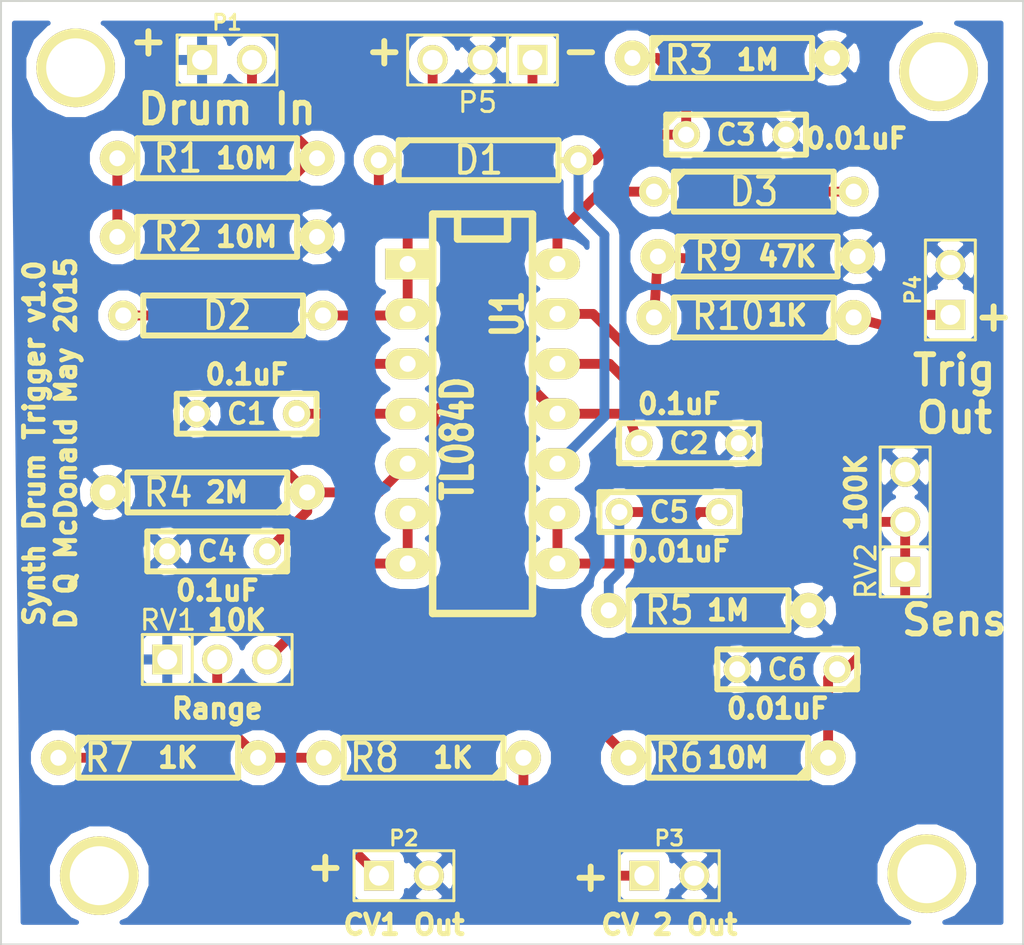
<source format=kicad_pcb>
(kicad_pcb (version 20171130) (host pcbnew "(5.1.12)-1")

  (general
    (thickness 1.6)
    (drawings 36)
    (tracks 97)
    (zones 0)
    (modules 31)
    (nets 19)
  )

  (page A4)
  (title_block
    (title "MFOS Synth Drum Trigger")
    (date 26/05/2015)
    (rev 1.0)
    (comment 1 "Based on a design by Ray Wilson")
    (comment 3 "Quentin McDonald")
  )

  (layers
    (0 F.Cu signal)
    (31 B.Cu signal)
    (32 B.Adhes user)
    (33 F.Adhes user)
    (34 B.Paste user)
    (35 F.Paste user)
    (36 B.SilkS user)
    (37 F.SilkS user)
    (38 B.Mask user)
    (39 F.Mask user)
    (40 Dwgs.User user)
    (41 Cmts.User user)
    (42 Eco1.User user)
    (43 Eco2.User user)
    (44 Edge.Cuts user)
  )

  (setup
    (last_trace_width 0.5)
    (trace_clearance 0.4)
    (zone_clearance 0.508)
    (zone_45_only no)
    (trace_min 0.254)
    (via_size 0.889)
    (via_drill 0.635)
    (via_min_size 0.889)
    (via_min_drill 0.508)
    (uvia_size 0.508)
    (uvia_drill 0.127)
    (uvias_allowed no)
    (uvia_min_size 0.508)
    (uvia_min_drill 0.127)
    (edge_width 0.1)
    (segment_width 0.2)
    (pcb_text_width 0.3)
    (pcb_text_size 1.5 1.5)
    (mod_edge_width 0.15)
    (mod_text_size 1 1)
    (mod_text_width 0.15)
    (pad_size 4 4)
    (pad_drill 3)
    (pad_to_mask_clearance 0)
    (aux_axis_origin 0 0)
    (visible_elements 7FFFFFFF)
    (pcbplotparams
      (layerselection 0x00030_ffffffff)
      (usegerberextensions true)
      (usegerberattributes true)
      (usegerberadvancedattributes true)
      (creategerberjobfile true)
      (excludeedgelayer true)
      (linewidth 0.150000)
      (plotframeref false)
      (viasonmask false)
      (mode 1)
      (useauxorigin false)
      (hpglpennumber 1)
      (hpglpenspeed 20)
      (hpglpendiameter 15.000000)
      (psnegative false)
      (psa4output false)
      (plotreference true)
      (plotvalue true)
      (plotinvisibletext false)
      (padsonsilk false)
      (subtractmaskfromsilk false)
      (outputformat 1)
      (mirror false)
      (drillshape 0)
      (scaleselection 1)
      (outputdirectory "Gerber/"))
  )

  (net 0 "")
  (net 1 +12V)
  (net 2 -12V)
  (net 3 GND)
  (net 4 "Net-(C3-Pad1)")
  (net 5 "Net-(C4-Pad1)")
  (net 6 "Net-(C5-Pad1)")
  (net 7 "Net-(C5-Pad2)")
  (net 8 "Net-(C6-Pad1)")
  (net 9 "Net-(D1-Pad1)")
  (net 10 "Net-(D3-Pad1)")
  (net 11 "Net-(D3-Pad2)")
  (net 12 "Net-(P1-Pad2)")
  (net 13 "Net-(P2-Pad1)")
  (net 14 "Net-(P3-Pad1)")
  (net 15 "Net-(P4-Pad1)")
  (net 16 "Net-(R1-Pad2)")
  (net 17 "Net-(R7-Pad2)")
  (net 18 "Net-(RV1-Pad3)")

  (net_class Default "This is the default net class."
    (clearance 0.4)
    (trace_width 0.5)
    (via_dia 0.889)
    (via_drill 0.635)
    (uvia_dia 0.508)
    (uvia_drill 0.127)
    (add_net +12V)
    (add_net -12V)
    (add_net GND)
    (add_net "Net-(C3-Pad1)")
    (add_net "Net-(C4-Pad1)")
    (add_net "Net-(C5-Pad1)")
    (add_net "Net-(C5-Pad2)")
    (add_net "Net-(C6-Pad1)")
    (add_net "Net-(D1-Pad1)")
    (add_net "Net-(D3-Pad1)")
    (add_net "Net-(D3-Pad2)")
    (add_net "Net-(P1-Pad2)")
    (add_net "Net-(P2-Pad1)")
    (add_net "Net-(P3-Pad1)")
    (add_net "Net-(P4-Pad1)")
    (add_net "Net-(R1-Pad2)")
    (add_net "Net-(R7-Pad2)")
    (add_net "Net-(RV1-Pad3)")
  )

  (module discret:C2 (layer F.Cu) (tedit 200000) (tstamp 55651D84)
    (at 132.5 114 180)
    (descr "Condensateur = 2 pas")
    (tags C)
    (path /5563EC2E)
    (fp_text reference C1 (at 0 0 180) (layer F.SilkS)
      (effects (font (size 1.016 1.016) (thickness 0.2032)))
    )
    (fp_text value 0.1uF (at 0 0 180) (layer F.SilkS) hide
      (effects (font (size 1.016 1.016) (thickness 0.2032)))
    )
    (fp_line (start -3.556 -0.508) (end -3.048 -1.016) (layer F.SilkS) (width 0.3048))
    (fp_line (start -3.556 1.016) (end -3.556 -1.016) (layer F.SilkS) (width 0.3048))
    (fp_line (start 3.556 1.016) (end -3.556 1.016) (layer F.SilkS) (width 0.3048))
    (fp_line (start 3.556 -1.016) (end 3.556 1.016) (layer F.SilkS) (width 0.3048))
    (fp_line (start -3.556 -1.016) (end 3.556 -1.016) (layer F.SilkS) (width 0.3048))
    (pad 1 thru_hole circle (at -2.54 0 180) (size 1.397 1.397) (drill 0.8128) (layers *.Cu *.Mask F.SilkS)
      (net 1 +12V))
    (pad 2 thru_hole circle (at 2.54 0 180) (size 1.397 1.397) (drill 0.8128) (layers *.Cu *.Mask F.SilkS)
      (net 3 GND))
    (model discret/capa_2pas_5x5mm.wrl
      (at (xyz 0 0 0))
      (scale (xyz 1 1 1))
      (rotate (xyz 0 0 0))
    )
  )

  (module discret:C2 (layer F.Cu) (tedit 200000) (tstamp 55651D1F)
    (at 155 115.5 180)
    (descr "Condensateur = 2 pas")
    (tags C)
    (path /5563EC42)
    (fp_text reference C2 (at 0 0 180) (layer F.SilkS)
      (effects (font (size 1.016 1.016) (thickness 0.2032)))
    )
    (fp_text value 0.1uF (at 0 0 180) (layer F.SilkS) hide
      (effects (font (size 1.016 1.016) (thickness 0.2032)))
    )
    (fp_line (start -3.556 -0.508) (end -3.048 -1.016) (layer F.SilkS) (width 0.3048))
    (fp_line (start -3.556 1.016) (end -3.556 -1.016) (layer F.SilkS) (width 0.3048))
    (fp_line (start 3.556 1.016) (end -3.556 1.016) (layer F.SilkS) (width 0.3048))
    (fp_line (start 3.556 -1.016) (end 3.556 1.016) (layer F.SilkS) (width 0.3048))
    (fp_line (start -3.556 -1.016) (end 3.556 -1.016) (layer F.SilkS) (width 0.3048))
    (pad 1 thru_hole circle (at -2.54 0 180) (size 1.397 1.397) (drill 0.8128) (layers *.Cu *.Mask F.SilkS)
      (net 3 GND))
    (pad 2 thru_hole circle (at 2.54 0 180) (size 1.397 1.397) (drill 0.8128) (layers *.Cu *.Mask F.SilkS)
      (net 2 -12V))
    (model discret/capa_2pas_5x5mm.wrl
      (at (xyz 0 0 0))
      (scale (xyz 1 1 1))
      (rotate (xyz 0 0 0))
    )
  )

  (module discret:C2 (layer F.Cu) (tedit 200000) (tstamp 55642854)
    (at 157.4 99.8)
    (descr "Condensateur = 2 pas")
    (tags C)
    (path /5562E506)
    (fp_text reference C3 (at 0 0) (layer F.SilkS)
      (effects (font (size 1.016 1.016) (thickness 0.2032)))
    )
    (fp_text value 0.01uF (at 0 0) (layer F.SilkS) hide
      (effects (font (size 1.016 1.016) (thickness 0.2032)))
    )
    (fp_line (start -3.556 -0.508) (end -3.048 -1.016) (layer F.SilkS) (width 0.3048))
    (fp_line (start -3.556 1.016) (end -3.556 -1.016) (layer F.SilkS) (width 0.3048))
    (fp_line (start 3.556 1.016) (end -3.556 1.016) (layer F.SilkS) (width 0.3048))
    (fp_line (start 3.556 -1.016) (end 3.556 1.016) (layer F.SilkS) (width 0.3048))
    (fp_line (start -3.556 -1.016) (end 3.556 -1.016) (layer F.SilkS) (width 0.3048))
    (pad 1 thru_hole circle (at -2.54 0) (size 1.397 1.397) (drill 0.8128) (layers *.Cu *.Mask F.SilkS)
      (net 4 "Net-(C3-Pad1)"))
    (pad 2 thru_hole circle (at 2.54 0) (size 1.397 1.397) (drill 0.8128) (layers *.Cu *.Mask F.SilkS)
      (net 3 GND))
    (model discret/capa_2pas_5x5mm.wrl
      (at (xyz 0 0 0))
      (scale (xyz 1 1 1))
      (rotate (xyz 0 0 0))
    )
  )

  (module discret:C2 (layer F.Cu) (tedit 200000) (tstamp 5564285F)
    (at 131 121 180)
    (descr "Condensateur = 2 pas")
    (tags C)
    (path /5562DBA8)
    (fp_text reference C4 (at 0 0 180) (layer F.SilkS)
      (effects (font (size 1.016 1.016) (thickness 0.2032)))
    )
    (fp_text value 0.1uF (at 0 0 180) (layer F.SilkS) hide
      (effects (font (size 1.016 1.016) (thickness 0.2032)))
    )
    (fp_line (start -3.556 -0.508) (end -3.048 -1.016) (layer F.SilkS) (width 0.3048))
    (fp_line (start -3.556 1.016) (end -3.556 -1.016) (layer F.SilkS) (width 0.3048))
    (fp_line (start 3.556 1.016) (end -3.556 1.016) (layer F.SilkS) (width 0.3048))
    (fp_line (start 3.556 -1.016) (end 3.556 1.016) (layer F.SilkS) (width 0.3048))
    (fp_line (start -3.556 -1.016) (end 3.556 -1.016) (layer F.SilkS) (width 0.3048))
    (pad 1 thru_hole circle (at -2.54 0 180) (size 1.397 1.397) (drill 0.8128) (layers *.Cu *.Mask F.SilkS)
      (net 5 "Net-(C4-Pad1)"))
    (pad 2 thru_hole circle (at 2.54 0 180) (size 1.397 1.397) (drill 0.8128) (layers *.Cu *.Mask F.SilkS)
      (net 3 GND))
    (model discret/capa_2pas_5x5mm.wrl
      (at (xyz 0 0 0))
      (scale (xyz 1 1 1))
      (rotate (xyz 0 0 0))
    )
  )

  (module discret:C2 (layer F.Cu) (tedit 200000) (tstamp 5564286A)
    (at 154 119)
    (descr "Condensateur = 2 pas")
    (tags C)
    (path /5562E6AF)
    (fp_text reference C5 (at 0 0) (layer F.SilkS)
      (effects (font (size 1.016 1.016) (thickness 0.2032)))
    )
    (fp_text value 0.01 (at 0 0) (layer F.SilkS) hide
      (effects (font (size 1.016 1.016) (thickness 0.2032)))
    )
    (fp_line (start -3.556 -0.508) (end -3.048 -1.016) (layer F.SilkS) (width 0.3048))
    (fp_line (start -3.556 1.016) (end -3.556 -1.016) (layer F.SilkS) (width 0.3048))
    (fp_line (start 3.556 1.016) (end -3.556 1.016) (layer F.SilkS) (width 0.3048))
    (fp_line (start 3.556 -1.016) (end 3.556 1.016) (layer F.SilkS) (width 0.3048))
    (fp_line (start -3.556 -1.016) (end 3.556 -1.016) (layer F.SilkS) (width 0.3048))
    (pad 1 thru_hole circle (at -2.54 0) (size 1.397 1.397) (drill 0.8128) (layers *.Cu *.Mask F.SilkS)
      (net 6 "Net-(C5-Pad1)"))
    (pad 2 thru_hole circle (at 2.54 0) (size 1.397 1.397) (drill 0.8128) (layers *.Cu *.Mask F.SilkS)
      (net 7 "Net-(C5-Pad2)"))
    (model discret/capa_2pas_5x5mm.wrl
      (at (xyz 0 0 0))
      (scale (xyz 1 1 1))
      (rotate (xyz 0 0 0))
    )
  )

  (module discret:C2 (layer F.Cu) (tedit 200000) (tstamp 55642875)
    (at 160 127 180)
    (descr "Condensateur = 2 pas")
    (tags C)
    (path /5562EBE3)
    (fp_text reference C6 (at 0 0 180) (layer F.SilkS)
      (effects (font (size 1.016 1.016) (thickness 0.2032)))
    )
    (fp_text value 0.01uF (at 0 0 180) (layer F.SilkS) hide
      (effects (font (size 1.016 1.016) (thickness 0.2032)))
    )
    (fp_line (start -3.556 -0.508) (end -3.048 -1.016) (layer F.SilkS) (width 0.3048))
    (fp_line (start -3.556 1.016) (end -3.556 -1.016) (layer F.SilkS) (width 0.3048))
    (fp_line (start 3.556 1.016) (end -3.556 1.016) (layer F.SilkS) (width 0.3048))
    (fp_line (start 3.556 -1.016) (end 3.556 1.016) (layer F.SilkS) (width 0.3048))
    (fp_line (start -3.556 -1.016) (end 3.556 -1.016) (layer F.SilkS) (width 0.3048))
    (pad 1 thru_hole circle (at -2.54 0 180) (size 1.397 1.397) (drill 0.8128) (layers *.Cu *.Mask F.SilkS)
      (net 8 "Net-(C6-Pad1)"))
    (pad 2 thru_hole circle (at 2.54 0 180) (size 1.397 1.397) (drill 0.8128) (layers *.Cu *.Mask F.SilkS)
      (net 3 GND))
    (model discret/capa_2pas_5x5mm.wrl
      (at (xyz 0 0 0))
      (scale (xyz 1 1 1))
      (rotate (xyz 0 0 0))
    )
  )

  (module discret:R4 (layer F.Cu) (tedit 200000) (tstamp 55642883)
    (at 144.3 101.1)
    (descr "Resitance 4 pas")
    (tags R)
    (path /5562E3FF)
    (autoplace_cost180 10)
    (fp_text reference D1 (at 0 0) (layer F.SilkS)
      (effects (font (size 1.397 1.27) (thickness 0.2032)))
    )
    (fp_text value DIODE (at 0 0) (layer F.SilkS) hide
      (effects (font (size 1.397 1.27) (thickness 0.2032)))
    )
    (fp_line (start 5.08 0) (end 4.064 0) (layer F.SilkS) (width 0.3048))
    (fp_line (start -4.064 -0.508) (end -3.556 -1.016) (layer F.SilkS) (width 0.3048))
    (fp_line (start -4.064 1.016) (end -4.064 0) (layer F.SilkS) (width 0.3048))
    (fp_line (start 4.064 1.016) (end -4.064 1.016) (layer F.SilkS) (width 0.3048))
    (fp_line (start 4.064 -1.016) (end 4.064 1.016) (layer F.SilkS) (width 0.3048))
    (fp_line (start -4.064 -1.016) (end 4.064 -1.016) (layer F.SilkS) (width 0.3048))
    (fp_line (start -4.064 0) (end -4.064 -1.016) (layer F.SilkS) (width 0.3048))
    (fp_line (start -5.08 0) (end -4.064 0) (layer F.SilkS) (width 0.3048))
    (pad 1 thru_hole circle (at -5.08 0) (size 1.524 1.524) (drill 0.8128) (layers *.Cu *.Mask F.SilkS)
      (net 9 "Net-(D1-Pad1)"))
    (pad 2 thru_hole circle (at 5.08 0) (size 1.524 1.524) (drill 0.8128) (layers *.Cu *.Mask F.SilkS)
      (net 4 "Net-(C3-Pad1)"))
    (model discret/resistor.wrl
      (at (xyz 0 0 0))
      (scale (xyz 0.4 0.4 0.4))
      (rotate (xyz 0 0 0))
    )
  )

  (module discret:R4 (layer F.Cu) (tedit 55654911) (tstamp 55642891)
    (at 131.3 109 180)
    (descr "Resitance 4 pas")
    (tags R)
    (path /5562DAF1)
    (autoplace_cost180 10)
    (fp_text reference D2 (at -0.2 0 180) (layer F.SilkS)
      (effects (font (size 1.397 1.27) (thickness 0.2032)))
    )
    (fp_text value DIODE (at 0 0 180) (layer F.SilkS) hide
      (effects (font (size 1.397 1.27) (thickness 0.2032)))
    )
    (fp_line (start 5.08 0) (end 4.064 0) (layer F.SilkS) (width 0.3048))
    (fp_line (start -4.064 -0.508) (end -3.556 -1.016) (layer F.SilkS) (width 0.3048))
    (fp_line (start -4.064 1.016) (end -4.064 0) (layer F.SilkS) (width 0.3048))
    (fp_line (start 4.064 1.016) (end -4.064 1.016) (layer F.SilkS) (width 0.3048))
    (fp_line (start 4.064 -1.016) (end 4.064 1.016) (layer F.SilkS) (width 0.3048))
    (fp_line (start -4.064 -1.016) (end 4.064 -1.016) (layer F.SilkS) (width 0.3048))
    (fp_line (start -4.064 0) (end -4.064 -1.016) (layer F.SilkS) (width 0.3048))
    (fp_line (start -5.08 0) (end -4.064 0) (layer F.SilkS) (width 0.3048))
    (pad 1 thru_hole circle (at -5.08 0 180) (size 1.524 1.524) (drill 0.8128) (layers *.Cu *.Mask F.SilkS)
      (net 9 "Net-(D1-Pad1)"))
    (pad 2 thru_hole circle (at 5.08 0 180) (size 1.524 1.524) (drill 0.8128) (layers *.Cu *.Mask F.SilkS)
      (net 5 "Net-(C4-Pad1)"))
    (model discret/resistor.wrl
      (at (xyz 0 0 0))
      (scale (xyz 0.4 0.4 0.4))
      (rotate (xyz 0 0 0))
    )
  )

  (module discret:R4 (layer F.Cu) (tedit 200000) (tstamp 5564289F)
    (at 158.3 102.7)
    (descr "Resitance 4 pas")
    (tags R)
    (path /5562E804)
    (autoplace_cost180 10)
    (fp_text reference D3 (at 0 0) (layer F.SilkS)
      (effects (font (size 1.397 1.27) (thickness 0.2032)))
    )
    (fp_text value DIODE (at 0 0) (layer F.SilkS) hide
      (effects (font (size 1.397 1.27) (thickness 0.2032)))
    )
    (fp_line (start 5.08 0) (end 4.064 0) (layer F.SilkS) (width 0.3048))
    (fp_line (start -4.064 -0.508) (end -3.556 -1.016) (layer F.SilkS) (width 0.3048))
    (fp_line (start -4.064 1.016) (end -4.064 0) (layer F.SilkS) (width 0.3048))
    (fp_line (start 4.064 1.016) (end -4.064 1.016) (layer F.SilkS) (width 0.3048))
    (fp_line (start 4.064 -1.016) (end 4.064 1.016) (layer F.SilkS) (width 0.3048))
    (fp_line (start -4.064 -1.016) (end 4.064 -1.016) (layer F.SilkS) (width 0.3048))
    (fp_line (start -4.064 0) (end -4.064 -1.016) (layer F.SilkS) (width 0.3048))
    (fp_line (start -5.08 0) (end -4.064 0) (layer F.SilkS) (width 0.3048))
    (pad 1 thru_hole circle (at -5.08 0) (size 1.524 1.524) (drill 0.8128) (layers *.Cu *.Mask F.SilkS)
      (net 10 "Net-(D3-Pad1)"))
    (pad 2 thru_hole circle (at 5.08 0) (size 1.524 1.524) (drill 0.8128) (layers *.Cu *.Mask F.SilkS)
      (net 11 "Net-(D3-Pad2)"))
    (model discret/resistor.wrl
      (at (xyz 0 0 0))
      (scale (xyz 0.4 0.4 0.4))
      (rotate (xyz 0 0 0))
    )
  )

  (module pin_array:PIN_ARRAY_2X1 (layer F.Cu) (tedit 4565C520) (tstamp 556428A9)
    (at 131.5 96)
    (descr "Connecteurs 2 pins")
    (tags "CONN DEV")
    (path /5562D979)
    (fp_text reference P1 (at 0 -1.905) (layer F.SilkS)
      (effects (font (size 0.762 0.762) (thickness 0.1524)))
    )
    (fp_text value CONN_2 (at 0 -1.905) (layer F.SilkS) hide
      (effects (font (size 0.762 0.762) (thickness 0.1524)))
    )
    (fp_line (start 2.54 1.27) (end -2.54 1.27) (layer F.SilkS) (width 0.1524))
    (fp_line (start 2.54 -1.27) (end 2.54 1.27) (layer F.SilkS) (width 0.1524))
    (fp_line (start -2.54 -1.27) (end 2.54 -1.27) (layer F.SilkS) (width 0.1524))
    (fp_line (start -2.54 1.27) (end -2.54 -1.27) (layer F.SilkS) (width 0.1524))
    (pad 1 thru_hole rect (at -1.27 0) (size 1.524 1.524) (drill 1.016) (layers *.Cu *.Mask F.SilkS)
      (net 3 GND))
    (pad 2 thru_hole circle (at 1.27 0) (size 1.524 1.524) (drill 1.016) (layers *.Cu *.Mask F.SilkS)
      (net 12 "Net-(P1-Pad2)"))
    (model pin_array/pins_array_2x1.wrl
      (at (xyz 0 0 0))
      (scale (xyz 1 1 1))
      (rotate (xyz 0 0 0))
    )
  )

  (module pin_array:PIN_ARRAY_2X1 (layer F.Cu) (tedit 4565C520) (tstamp 556428B3)
    (at 140.5 137.5)
    (descr "Connecteurs 2 pins")
    (tags "CONN DEV")
    (path /5562E22C)
    (fp_text reference P2 (at 0 -1.905) (layer F.SilkS)
      (effects (font (size 0.762 0.762) (thickness 0.1524)))
    )
    (fp_text value CONN_2 (at 0 -1.905) (layer F.SilkS) hide
      (effects (font (size 0.762 0.762) (thickness 0.1524)))
    )
    (fp_line (start 2.54 1.27) (end -2.54 1.27) (layer F.SilkS) (width 0.1524))
    (fp_line (start 2.54 -1.27) (end 2.54 1.27) (layer F.SilkS) (width 0.1524))
    (fp_line (start -2.54 -1.27) (end 2.54 -1.27) (layer F.SilkS) (width 0.1524))
    (fp_line (start -2.54 1.27) (end -2.54 -1.27) (layer F.SilkS) (width 0.1524))
    (pad 1 thru_hole rect (at -1.27 0) (size 1.524 1.524) (drill 1.016) (layers *.Cu *.Mask F.SilkS)
      (net 13 "Net-(P2-Pad1)"))
    (pad 2 thru_hole circle (at 1.27 0) (size 1.524 1.524) (drill 1.016) (layers *.Cu *.Mask F.SilkS)
      (net 3 GND))
    (model pin_array/pins_array_2x1.wrl
      (at (xyz 0 0 0))
      (scale (xyz 1 1 1))
      (rotate (xyz 0 0 0))
    )
  )

  (module pin_array:PIN_ARRAY_2X1 (layer F.Cu) (tedit 4565C520) (tstamp 556428BD)
    (at 154 137.5)
    (descr "Connecteurs 2 pins")
    (tags "CONN DEV")
    (path /5562E240)
    (fp_text reference P3 (at 0 -1.905) (layer F.SilkS)
      (effects (font (size 0.762 0.762) (thickness 0.1524)))
    )
    (fp_text value CONN_2 (at 0 -1.905) (layer F.SilkS) hide
      (effects (font (size 0.762 0.762) (thickness 0.1524)))
    )
    (fp_line (start 2.54 1.27) (end -2.54 1.27) (layer F.SilkS) (width 0.1524))
    (fp_line (start 2.54 -1.27) (end 2.54 1.27) (layer F.SilkS) (width 0.1524))
    (fp_line (start -2.54 -1.27) (end 2.54 -1.27) (layer F.SilkS) (width 0.1524))
    (fp_line (start -2.54 1.27) (end -2.54 -1.27) (layer F.SilkS) (width 0.1524))
    (pad 1 thru_hole rect (at -1.27 0) (size 1.524 1.524) (drill 1.016) (layers *.Cu *.Mask F.SilkS)
      (net 14 "Net-(P3-Pad1)"))
    (pad 2 thru_hole circle (at 1.27 0) (size 1.524 1.524) (drill 1.016) (layers *.Cu *.Mask F.SilkS)
      (net 3 GND))
    (model pin_array/pins_array_2x1.wrl
      (at (xyz 0 0 0))
      (scale (xyz 1 1 1))
      (rotate (xyz 0 0 0))
    )
  )

  (module pin_array:PIN_ARRAY_2X1 (layer F.Cu) (tedit 4565C520) (tstamp 556428C7)
    (at 168.3 107.7 90)
    (descr "Connecteurs 2 pins")
    (tags "CONN DEV")
    (path /5562E9ED)
    (fp_text reference P4 (at 0 -1.905 90) (layer F.SilkS)
      (effects (font (size 0.762 0.762) (thickness 0.1524)))
    )
    (fp_text value CONN_2 (at 0 -1.905 90) (layer F.SilkS) hide
      (effects (font (size 0.762 0.762) (thickness 0.1524)))
    )
    (fp_line (start 2.54 1.27) (end -2.54 1.27) (layer F.SilkS) (width 0.1524))
    (fp_line (start 2.54 -1.27) (end 2.54 1.27) (layer F.SilkS) (width 0.1524))
    (fp_line (start -2.54 -1.27) (end 2.54 -1.27) (layer F.SilkS) (width 0.1524))
    (fp_line (start -2.54 1.27) (end -2.54 -1.27) (layer F.SilkS) (width 0.1524))
    (pad 1 thru_hole rect (at -1.27 0 90) (size 1.524 1.524) (drill 1.016) (layers *.Cu *.Mask F.SilkS)
      (net 15 "Net-(P4-Pad1)"))
    (pad 2 thru_hole circle (at 1.27 0 90) (size 1.524 1.524) (drill 1.016) (layers *.Cu *.Mask F.SilkS)
      (net 3 GND))
    (model pin_array/pins_array_2x1.wrl
      (at (xyz 0 0 0))
      (scale (xyz 1 1 1))
      (rotate (xyz 0 0 0))
    )
  )

  (module pin_array:PIN_ARRAY_3X1 (layer F.Cu) (tedit 4C1130E0) (tstamp 55653308)
    (at 144.5 96 180)
    (descr "Connecteur 3 pins")
    (tags "CONN DEV")
    (path /5563F85E)
    (fp_text reference P5 (at 0.254 -2.159 180) (layer F.SilkS)
      (effects (font (size 1.016 1.016) (thickness 0.1524)))
    )
    (fp_text value Power_In (at 0 -2.159 180) (layer F.SilkS) hide
      (effects (font (size 1.016 1.016) (thickness 0.1524)))
    )
    (fp_line (start -1.27 -1.27) (end -1.27 1.27) (layer F.SilkS) (width 0.1524))
    (fp_line (start 3.81 1.27) (end -3.81 1.27) (layer F.SilkS) (width 0.1524))
    (fp_line (start 3.81 -1.27) (end 3.81 1.27) (layer F.SilkS) (width 0.1524))
    (fp_line (start -3.81 -1.27) (end 3.81 -1.27) (layer F.SilkS) (width 0.1524))
    (fp_line (start -3.81 1.27) (end -3.81 -1.27) (layer F.SilkS) (width 0.1524))
    (pad 1 thru_hole rect (at -2.54 0 180) (size 1.524 1.524) (drill 1.016) (layers *.Cu *.Mask F.SilkS)
      (net 2 -12V))
    (pad 2 thru_hole circle (at 0 0 180) (size 1.524 1.524) (drill 1.016) (layers *.Cu *.Mask F.SilkS)
      (net 3 GND))
    (pad 3 thru_hole circle (at 2.54 0 180) (size 1.524 1.524) (drill 1.016) (layers *.Cu *.Mask F.SilkS)
      (net 1 +12V))
    (model pin_array/pins_array_3x1.wrl
      (at (xyz 0 0 0))
      (scale (xyz 1 1 1))
      (rotate (xyz 0 0 0))
    )
  )

  (module pin_array:PIN_ARRAY_3X1 (layer F.Cu) (tedit 55654A82) (tstamp 55642961)
    (at 131 126.5)
    (descr "Connecteur 3 pins")
    (tags "CONN DEV")
    (path /5562DD78)
    (fp_text reference RV1 (at -2.5 -2) (layer F.SilkS)
      (effects (font (size 1.016 1.016) (thickness 0.1524)))
    )
    (fp_text value 10K (at 0 -2.159) (layer F.SilkS) hide
      (effects (font (size 1.016 1.016) (thickness 0.1524)))
    )
    (fp_line (start -1.27 -1.27) (end -1.27 1.27) (layer F.SilkS) (width 0.1524))
    (fp_line (start 3.81 1.27) (end -3.81 1.27) (layer F.SilkS) (width 0.1524))
    (fp_line (start 3.81 -1.27) (end 3.81 1.27) (layer F.SilkS) (width 0.1524))
    (fp_line (start -3.81 -1.27) (end 3.81 -1.27) (layer F.SilkS) (width 0.1524))
    (fp_line (start -3.81 1.27) (end -3.81 -1.27) (layer F.SilkS) (width 0.1524))
    (pad 1 thru_hole rect (at -2.54 0) (size 1.524 1.524) (drill 1.016) (layers *.Cu *.Mask F.SilkS)
      (net 3 GND))
    (pad 2 thru_hole circle (at 0 0) (size 1.524 1.524) (drill 1.016) (layers *.Cu *.Mask F.SilkS)
      (net 17 "Net-(R7-Pad2)"))
    (pad 3 thru_hole circle (at 2.54 0) (size 1.524 1.524) (drill 1.016) (layers *.Cu *.Mask F.SilkS)
      (net 18 "Net-(RV1-Pad3)"))
    (model pin_array/pins_array_3x1.wrl
      (at (xyz 0 0 0))
      (scale (xyz 1 1 1))
      (rotate (xyz 0 0 0))
    )
  )

  (module pin_array:PIN_ARRAY_3X1 (layer F.Cu) (tedit 55654A69) (tstamp 5564296D)
    (at 166 119.5 90)
    (descr "Connecteur 3 pins")
    (tags "CONN DEV")
    (path /5562ED6B)
    (fp_text reference RV2 (at -2.5 -2 90) (layer F.SilkS)
      (effects (font (size 1.016 1.016) (thickness 0.1524)))
    )
    (fp_text value 100K (at 0 -2.159 90) (layer F.SilkS) hide
      (effects (font (size 1.016 1.016) (thickness 0.1524)))
    )
    (fp_line (start -1.27 -1.27) (end -1.27 1.27) (layer F.SilkS) (width 0.1524))
    (fp_line (start 3.81 1.27) (end -3.81 1.27) (layer F.SilkS) (width 0.1524))
    (fp_line (start 3.81 -1.27) (end 3.81 1.27) (layer F.SilkS) (width 0.1524))
    (fp_line (start -3.81 -1.27) (end 3.81 -1.27) (layer F.SilkS) (width 0.1524))
    (fp_line (start -3.81 1.27) (end -3.81 -1.27) (layer F.SilkS) (width 0.1524))
    (pad 1 thru_hole rect (at -2.54 0 90) (size 1.524 1.524) (drill 1.016) (layers *.Cu *.Mask F.SilkS)
      (net 8 "Net-(C6-Pad1)"))
    (pad 2 thru_hole circle (at 0 0 90) (size 1.524 1.524) (drill 1.016) (layers *.Cu *.Mask F.SilkS)
      (net 8 "Net-(C6-Pad1)"))
    (pad 3 thru_hole circle (at 2.54 0 90) (size 1.524 1.524) (drill 1.016) (layers *.Cu *.Mask F.SilkS)
      (net 3 GND))
    (model pin_array/pins_array_3x1.wrl
      (at (xyz 0 0 0))
      (scale (xyz 1 1 1))
      (rotate (xyz 0 0 0))
    )
  )

  (module dip_sockets:DIP-14__300_ELL (layer F.Cu) (tedit 200000) (tstamp 55642986)
    (at 144.5 114 270)
    (descr "14 pins DIL package, elliptical pads")
    (tags DIL)
    (path /5562DA82)
    (fp_text reference U1 (at -5.08 -1.27 270) (layer F.SilkS)
      (effects (font (size 1.524 1.143) (thickness 0.3048)))
    )
    (fp_text value TL084D (at 1.27 1.27 270) (layer F.SilkS)
      (effects (font (size 1.524 1.143) (thickness 0.3048)))
    )
    (fp_line (start 10.16 -2.54) (end 10.16 2.54) (layer F.SilkS) (width 0.381))
    (fp_line (start -8.89 1.27) (end -10.16 1.27) (layer F.SilkS) (width 0.381))
    (fp_line (start -8.89 -1.27) (end -8.89 1.27) (layer F.SilkS) (width 0.381))
    (fp_line (start -10.16 -1.27) (end -8.89 -1.27) (layer F.SilkS) (width 0.381))
    (fp_line (start -10.16 2.54) (end -10.16 -2.54) (layer F.SilkS) (width 0.381))
    (fp_line (start 10.16 2.54) (end -10.16 2.54) (layer F.SilkS) (width 0.381))
    (fp_line (start -10.16 -2.54) (end 10.16 -2.54) (layer F.SilkS) (width 0.381))
    (pad 1 thru_hole rect (at -7.62 3.81 270) (size 1.5748 2.286) (drill 0.8128) (layers *.Cu *.Mask F.SilkS)
      (net 9 "Net-(D1-Pad1)"))
    (pad 2 thru_hole oval (at -5.08 3.81 270) (size 1.5748 2.286) (drill 0.8128) (layers *.Cu *.Mask F.SilkS)
      (net 9 "Net-(D1-Pad1)"))
    (pad 3 thru_hole oval (at -2.54 3.81 270) (size 1.5748 2.286) (drill 0.8128) (layers *.Cu *.Mask F.SilkS)
      (net 12 "Net-(P1-Pad2)"))
    (pad 4 thru_hole oval (at 0 3.81 270) (size 1.5748 2.286) (drill 0.8128) (layers *.Cu *.Mask F.SilkS)
      (net 1 +12V))
    (pad 5 thru_hole oval (at 2.54 3.81 270) (size 1.5748 2.286) (drill 0.8128) (layers *.Cu *.Mask F.SilkS)
      (net 5 "Net-(C4-Pad1)"))
    (pad 6 thru_hole oval (at 5.08 3.81 270) (size 1.5748 2.286) (drill 0.8128) (layers *.Cu *.Mask F.SilkS)
      (net 18 "Net-(RV1-Pad3)"))
    (pad 7 thru_hole oval (at 7.62 3.81 270) (size 1.5748 2.286) (drill 0.8128) (layers *.Cu *.Mask F.SilkS)
      (net 18 "Net-(RV1-Pad3)"))
    (pad 8 thru_hole oval (at 7.62 -3.81 270) (size 1.5748 2.286) (drill 0.8128) (layers *.Cu *.Mask F.SilkS)
      (net 7 "Net-(C5-Pad2)"))
    (pad 9 thru_hole oval (at 5.08 -3.81 270) (size 1.5748 2.286) (drill 0.8128) (layers *.Cu *.Mask F.SilkS)
      (net 7 "Net-(C5-Pad2)"))
    (pad 10 thru_hole oval (at 2.54 -3.81 270) (size 1.5748 2.286) (drill 0.8128) (layers *.Cu *.Mask F.SilkS)
      (net 4 "Net-(C3-Pad1)"))
    (pad 11 thru_hole oval (at 0 -3.81 270) (size 1.5748 2.286) (drill 0.8128) (layers *.Cu *.Mask F.SilkS)
      (net 2 -12V))
    (pad 12 thru_hole oval (at -2.54 -3.81 270) (size 1.5748 2.286) (drill 0.8128) (layers *.Cu *.Mask F.SilkS)
      (net 6 "Net-(C5-Pad1)"))
    (pad 13 thru_hole oval (at -5.08 -3.81 270) (size 1.5748 2.286) (drill 0.8128) (layers *.Cu *.Mask F.SilkS)
      (net 8 "Net-(C6-Pad1)"))
    (pad 14 thru_hole oval (at -7.62 -3.81 270) (size 1.5748 2.286) (drill 0.8128) (layers *.Cu *.Mask F.SilkS)
      (net 10 "Net-(D3-Pad1)"))
    (model dil/dil_14.wrl
      (at (xyz 0 0 0))
      (scale (xyz 1 1 1))
      (rotate (xyz 0 0 0))
    )
  )

  (module discret:R4-LARGE_PADS (layer F.Cu) (tedit 55654905) (tstamp 5564268F)
    (at 131 101 180)
    (descr "Resitance 4 pas")
    (tags R)
    (path /5562D9C7)
    (autoplace_cost180 10)
    (fp_text reference R1 (at 2 0 180) (layer F.SilkS)
      (effects (font (size 1.397 1.27) (thickness 0.2032)))
    )
    (fp_text value 10M (at 0 0 180) (layer F.SilkS) hide
      (effects (font (size 1.397 1.27) (thickness 0.2032)))
    )
    (fp_line (start 5.08 0) (end 4.064 0) (layer F.SilkS) (width 0.3048))
    (fp_line (start -4.064 -0.508) (end -3.556 -1.016) (layer F.SilkS) (width 0.3048))
    (fp_line (start -4.064 1.016) (end -4.064 0) (layer F.SilkS) (width 0.3048))
    (fp_line (start 4.064 1.016) (end -4.064 1.016) (layer F.SilkS) (width 0.3048))
    (fp_line (start 4.064 -1.016) (end 4.064 1.016) (layer F.SilkS) (width 0.3048))
    (fp_line (start -4.064 -1.016) (end 4.064 -1.016) (layer F.SilkS) (width 0.3048))
    (fp_line (start -4.064 0) (end -4.064 -1.016) (layer F.SilkS) (width 0.3048))
    (fp_line (start -5.08 0) (end -4.064 0) (layer F.SilkS) (width 0.3048))
    (pad 1 thru_hole circle (at -5.08 0 180) (size 1.778 1.778) (drill 0.8128) (layers *.Cu *.Mask F.SilkS)
      (net 12 "Net-(P1-Pad2)"))
    (pad 2 thru_hole circle (at 5.08 0 180) (size 1.778 1.778) (drill 0.8128) (layers *.Cu *.Mask F.SilkS)
      (net 16 "Net-(R1-Pad2)"))
    (model discret/resistor.wrl
      (at (xyz 0 0 0))
      (scale (xyz 0.4 0.4 0.4))
      (rotate (xyz 0 0 0))
    )
  )

  (module discret:R4-LARGE_PADS (layer F.Cu) (tedit 5565490D) (tstamp 5564269C)
    (at 131 105)
    (descr "Resitance 4 pas")
    (tags R)
    (path /5562D9DB)
    (autoplace_cost180 10)
    (fp_text reference R2 (at -2 0) (layer F.SilkS)
      (effects (font (size 1.397 1.27) (thickness 0.2032)))
    )
    (fp_text value 10M (at 0 0) (layer F.SilkS) hide
      (effects (font (size 1.397 1.27) (thickness 0.2032)))
    )
    (fp_line (start 5.08 0) (end 4.064 0) (layer F.SilkS) (width 0.3048))
    (fp_line (start -4.064 -0.508) (end -3.556 -1.016) (layer F.SilkS) (width 0.3048))
    (fp_line (start -4.064 1.016) (end -4.064 0) (layer F.SilkS) (width 0.3048))
    (fp_line (start 4.064 1.016) (end -4.064 1.016) (layer F.SilkS) (width 0.3048))
    (fp_line (start 4.064 -1.016) (end 4.064 1.016) (layer F.SilkS) (width 0.3048))
    (fp_line (start -4.064 -1.016) (end 4.064 -1.016) (layer F.SilkS) (width 0.3048))
    (fp_line (start -4.064 0) (end -4.064 -1.016) (layer F.SilkS) (width 0.3048))
    (fp_line (start -5.08 0) (end -4.064 0) (layer F.SilkS) (width 0.3048))
    (pad 1 thru_hole circle (at -5.08 0) (size 1.778 1.778) (drill 0.8128) (layers *.Cu *.Mask F.SilkS)
      (net 16 "Net-(R1-Pad2)"))
    (pad 2 thru_hole circle (at 5.08 0) (size 1.778 1.778) (drill 0.8128) (layers *.Cu *.Mask F.SilkS)
      (net 3 GND))
    (model discret/resistor.wrl
      (at (xyz 0 0 0))
      (scale (xyz 0.4 0.4 0.4))
      (rotate (xyz 0 0 0))
    )
  )

  (module discret:R4-LARGE_PADS (layer F.Cu) (tedit 5565497F) (tstamp 556426A9)
    (at 157.2 95.9)
    (descr "Resitance 4 pas")
    (tags R)
    (path /5562E4F2)
    (autoplace_cost180 10)
    (fp_text reference R3 (at -2.2 0.1) (layer F.SilkS)
      (effects (font (size 1.397 1.27) (thickness 0.2032)))
    )
    (fp_text value 1M (at 0 0) (layer F.SilkS) hide
      (effects (font (size 1.397 1.27) (thickness 0.2032)))
    )
    (fp_line (start 5.08 0) (end 4.064 0) (layer F.SilkS) (width 0.3048))
    (fp_line (start -4.064 -0.508) (end -3.556 -1.016) (layer F.SilkS) (width 0.3048))
    (fp_line (start -4.064 1.016) (end -4.064 0) (layer F.SilkS) (width 0.3048))
    (fp_line (start 4.064 1.016) (end -4.064 1.016) (layer F.SilkS) (width 0.3048))
    (fp_line (start 4.064 -1.016) (end 4.064 1.016) (layer F.SilkS) (width 0.3048))
    (fp_line (start -4.064 -1.016) (end 4.064 -1.016) (layer F.SilkS) (width 0.3048))
    (fp_line (start -4.064 0) (end -4.064 -1.016) (layer F.SilkS) (width 0.3048))
    (fp_line (start -5.08 0) (end -4.064 0) (layer F.SilkS) (width 0.3048))
    (pad 1 thru_hole circle (at -5.08 0) (size 1.778 1.778) (drill 0.8128) (layers *.Cu *.Mask F.SilkS)
      (net 4 "Net-(C3-Pad1)"))
    (pad 2 thru_hole circle (at 5.08 0) (size 1.778 1.778) (drill 0.8128) (layers *.Cu *.Mask F.SilkS)
      (net 3 GND))
    (model discret/resistor.wrl
      (at (xyz 0 0 0))
      (scale (xyz 0.4 0.4 0.4))
      (rotate (xyz 0 0 0))
    )
  )

  (module discret:R4-LARGE_PADS (layer F.Cu) (tedit 55654959) (tstamp 556426B6)
    (at 130.5 118 180)
    (descr "Resitance 4 pas")
    (tags R)
    (path /5562DB94)
    (autoplace_cost180 10)
    (fp_text reference R4 (at 2 0 180) (layer F.SilkS)
      (effects (font (size 1.397 1.27) (thickness 0.2032)))
    )
    (fp_text value 2M (at 0 0 180) (layer F.SilkS) hide
      (effects (font (size 1.397 1.27) (thickness 0.2032)))
    )
    (fp_line (start 5.08 0) (end 4.064 0) (layer F.SilkS) (width 0.3048))
    (fp_line (start -4.064 -0.508) (end -3.556 -1.016) (layer F.SilkS) (width 0.3048))
    (fp_line (start -4.064 1.016) (end -4.064 0) (layer F.SilkS) (width 0.3048))
    (fp_line (start 4.064 1.016) (end -4.064 1.016) (layer F.SilkS) (width 0.3048))
    (fp_line (start 4.064 -1.016) (end 4.064 1.016) (layer F.SilkS) (width 0.3048))
    (fp_line (start -4.064 -1.016) (end 4.064 -1.016) (layer F.SilkS) (width 0.3048))
    (fp_line (start -4.064 0) (end -4.064 -1.016) (layer F.SilkS) (width 0.3048))
    (fp_line (start -5.08 0) (end -4.064 0) (layer F.SilkS) (width 0.3048))
    (pad 1 thru_hole circle (at -5.08 0 180) (size 1.778 1.778) (drill 0.8128) (layers *.Cu *.Mask F.SilkS)
      (net 5 "Net-(C4-Pad1)"))
    (pad 2 thru_hole circle (at 5.08 0 180) (size 1.778 1.778) (drill 0.8128) (layers *.Cu *.Mask F.SilkS)
      (net 3 GND))
    (model discret/resistor.wrl
      (at (xyz 0 0 0))
      (scale (xyz 0.4 0.4 0.4))
      (rotate (xyz 0 0 0))
    )
  )

  (module discret:R4-LARGE_PADS (layer F.Cu) (tedit 556549E2) (tstamp 556426C3)
    (at 156 124)
    (descr "Resitance 4 pas")
    (tags R)
    (path /5562E744)
    (autoplace_cost180 10)
    (fp_text reference R5 (at -2 0) (layer F.SilkS)
      (effects (font (size 1.397 1.27) (thickness 0.2032)))
    )
    (fp_text value 1M (at 0 0) (layer F.SilkS) hide
      (effects (font (size 1.397 1.27) (thickness 0.2032)))
    )
    (fp_line (start 5.08 0) (end 4.064 0) (layer F.SilkS) (width 0.3048))
    (fp_line (start -4.064 -0.508) (end -3.556 -1.016) (layer F.SilkS) (width 0.3048))
    (fp_line (start -4.064 1.016) (end -4.064 0) (layer F.SilkS) (width 0.3048))
    (fp_line (start 4.064 1.016) (end -4.064 1.016) (layer F.SilkS) (width 0.3048))
    (fp_line (start 4.064 -1.016) (end 4.064 1.016) (layer F.SilkS) (width 0.3048))
    (fp_line (start -4.064 -1.016) (end 4.064 -1.016) (layer F.SilkS) (width 0.3048))
    (fp_line (start -4.064 0) (end -4.064 -1.016) (layer F.SilkS) (width 0.3048))
    (fp_line (start -5.08 0) (end -4.064 0) (layer F.SilkS) (width 0.3048))
    (pad 1 thru_hole circle (at -5.08 0) (size 1.778 1.778) (drill 0.8128) (layers *.Cu *.Mask F.SilkS)
      (net 6 "Net-(C5-Pad1)"))
    (pad 2 thru_hole circle (at 5.08 0) (size 1.778 1.778) (drill 0.8128) (layers *.Cu *.Mask F.SilkS)
      (net 3 GND))
    (model discret/resistor.wrl
      (at (xyz 0 0 0))
      (scale (xyz 0.4 0.4 0.4))
      (rotate (xyz 0 0 0))
    )
  )

  (module discret:R4-LARGE_PADS (layer F.Cu) (tedit 556549F1) (tstamp 556426D0)
    (at 157 131.5 180)
    (descr "Resitance 4 pas")
    (tags R)
    (path /5562EBFC)
    (autoplace_cost180 10)
    (fp_text reference R6 (at 2.5 0 180) (layer F.SilkS)
      (effects (font (size 1.397 1.27) (thickness 0.2032)))
    )
    (fp_text value 10M (at 0 0 180) (layer F.SilkS) hide
      (effects (font (size 1.397 1.27) (thickness 0.2032)))
    )
    (fp_line (start 5.08 0) (end 4.064 0) (layer F.SilkS) (width 0.3048))
    (fp_line (start -4.064 -0.508) (end -3.556 -1.016) (layer F.SilkS) (width 0.3048))
    (fp_line (start -4.064 1.016) (end -4.064 0) (layer F.SilkS) (width 0.3048))
    (fp_line (start 4.064 1.016) (end -4.064 1.016) (layer F.SilkS) (width 0.3048))
    (fp_line (start 4.064 -1.016) (end 4.064 1.016) (layer F.SilkS) (width 0.3048))
    (fp_line (start -4.064 -1.016) (end 4.064 -1.016) (layer F.SilkS) (width 0.3048))
    (fp_line (start -4.064 0) (end -4.064 -1.016) (layer F.SilkS) (width 0.3048))
    (fp_line (start -5.08 0) (end -4.064 0) (layer F.SilkS) (width 0.3048))
    (pad 1 thru_hole circle (at -5.08 0 180) (size 1.778 1.778) (drill 0.8128) (layers *.Cu *.Mask F.SilkS)
      (net 8 "Net-(C6-Pad1)"))
    (pad 2 thru_hole circle (at 5.08 0 180) (size 1.778 1.778) (drill 0.8128) (layers *.Cu *.Mask F.SilkS)
      (net 1 +12V))
    (model discret/resistor.wrl
      (at (xyz 0 0 0))
      (scale (xyz 0.4 0.4 0.4))
      (rotate (xyz 0 0 0))
    )
  )

  (module discret:R4-LARGE_PADS (layer F.Cu) (tedit 556549EE) (tstamp 556426DD)
    (at 128 131.5)
    (descr "Resitance 4 pas")
    (tags R)
    (path /5562E1B5)
    (autoplace_cost180 10)
    (fp_text reference R7 (at -2.5 0) (layer F.SilkS)
      (effects (font (size 1.397 1.27) (thickness 0.2032)))
    )
    (fp_text value 1K (at 0 0) (layer F.SilkS) hide
      (effects (font (size 1.397 1.27) (thickness 0.2032)))
    )
    (fp_line (start 5.08 0) (end 4.064 0) (layer F.SilkS) (width 0.3048))
    (fp_line (start -4.064 -0.508) (end -3.556 -1.016) (layer F.SilkS) (width 0.3048))
    (fp_line (start -4.064 1.016) (end -4.064 0) (layer F.SilkS) (width 0.3048))
    (fp_line (start 4.064 1.016) (end -4.064 1.016) (layer F.SilkS) (width 0.3048))
    (fp_line (start 4.064 -1.016) (end 4.064 1.016) (layer F.SilkS) (width 0.3048))
    (fp_line (start -4.064 -1.016) (end 4.064 -1.016) (layer F.SilkS) (width 0.3048))
    (fp_line (start -4.064 0) (end -4.064 -1.016) (layer F.SilkS) (width 0.3048))
    (fp_line (start -5.08 0) (end -4.064 0) (layer F.SilkS) (width 0.3048))
    (pad 1 thru_hole circle (at -5.08 0) (size 1.778 1.778) (drill 0.8128) (layers *.Cu *.Mask F.SilkS)
      (net 13 "Net-(P2-Pad1)"))
    (pad 2 thru_hole circle (at 5.08 0) (size 1.778 1.778) (drill 0.8128) (layers *.Cu *.Mask F.SilkS)
      (net 17 "Net-(R7-Pad2)"))
    (model discret/resistor.wrl
      (at (xyz 0 0 0))
      (scale (xyz 0.4 0.4 0.4))
      (rotate (xyz 0 0 0))
    )
  )

  (module discret:R4-LARGE_PADS (layer F.Cu) (tedit 556549E8) (tstamp 556426EA)
    (at 141.5 131.5 180)
    (descr "Resitance 4 pas")
    (tags R)
    (path /5562E1C9)
    (autoplace_cost180 10)
    (fp_text reference R8 (at 2.5 0 180) (layer F.SilkS)
      (effects (font (size 1.397 1.27) (thickness 0.2032)))
    )
    (fp_text value 1K (at 0 0 180) (layer F.SilkS) hide
      (effects (font (size 1.397 1.27) (thickness 0.2032)))
    )
    (fp_line (start 5.08 0) (end 4.064 0) (layer F.SilkS) (width 0.3048))
    (fp_line (start -4.064 -0.508) (end -3.556 -1.016) (layer F.SilkS) (width 0.3048))
    (fp_line (start -4.064 1.016) (end -4.064 0) (layer F.SilkS) (width 0.3048))
    (fp_line (start 4.064 1.016) (end -4.064 1.016) (layer F.SilkS) (width 0.3048))
    (fp_line (start 4.064 -1.016) (end 4.064 1.016) (layer F.SilkS) (width 0.3048))
    (fp_line (start -4.064 -1.016) (end 4.064 -1.016) (layer F.SilkS) (width 0.3048))
    (fp_line (start -4.064 0) (end -4.064 -1.016) (layer F.SilkS) (width 0.3048))
    (fp_line (start -5.08 0) (end -4.064 0) (layer F.SilkS) (width 0.3048))
    (pad 1 thru_hole circle (at -5.08 0 180) (size 1.778 1.778) (drill 0.8128) (layers *.Cu *.Mask F.SilkS)
      (net 14 "Net-(P3-Pad1)"))
    (pad 2 thru_hole circle (at 5.08 0 180) (size 1.778 1.778) (drill 0.8128) (layers *.Cu *.Mask F.SilkS)
      (net 17 "Net-(R7-Pad2)"))
    (model discret/resistor.wrl
      (at (xyz 0 0 0))
      (scale (xyz 0.4 0.4 0.4))
      (rotate (xyz 0 0 0))
    )
  )

  (module discret:R4-LARGE_PADS (layer F.Cu) (tedit 55654997) (tstamp 556426F7)
    (at 158.5 106)
    (descr "Resitance 4 pas")
    (tags R)
    (path /5562E8B7)
    (autoplace_cost180 10)
    (fp_text reference R9 (at -2 0) (layer F.SilkS)
      (effects (font (size 1.397 1.27) (thickness 0.2032)))
    )
    (fp_text value 47K (at 0 0) (layer F.SilkS) hide
      (effects (font (size 1.397 1.27) (thickness 0.2032)))
    )
    (fp_line (start 5.08 0) (end 4.064 0) (layer F.SilkS) (width 0.3048))
    (fp_line (start -4.064 -0.508) (end -3.556 -1.016) (layer F.SilkS) (width 0.3048))
    (fp_line (start -4.064 1.016) (end -4.064 0) (layer F.SilkS) (width 0.3048))
    (fp_line (start 4.064 1.016) (end -4.064 1.016) (layer F.SilkS) (width 0.3048))
    (fp_line (start 4.064 -1.016) (end 4.064 1.016) (layer F.SilkS) (width 0.3048))
    (fp_line (start -4.064 -1.016) (end 4.064 -1.016) (layer F.SilkS) (width 0.3048))
    (fp_line (start -4.064 0) (end -4.064 -1.016) (layer F.SilkS) (width 0.3048))
    (fp_line (start -5.08 0) (end -4.064 0) (layer F.SilkS) (width 0.3048))
    (pad 1 thru_hole circle (at -5.08 0) (size 1.778 1.778) (drill 0.8128) (layers *.Cu *.Mask F.SilkS)
      (net 11 "Net-(D3-Pad2)"))
    (pad 2 thru_hole circle (at 5.08 0) (size 1.778 1.778) (drill 0.8128) (layers *.Cu *.Mask F.SilkS)
      (net 3 GND))
    (model discret/resistor.wrl
      (at (xyz 0 0 0))
      (scale (xyz 0.4 0.4 0.4))
      (rotate (xyz 0 0 0))
    )
  )

  (module discret:R4-LARGE_PADS (layer F.Cu) (tedit 5565499C) (tstamp 556530A3)
    (at 158.3 109.1 180)
    (descr "Resitance 4 pas")
    (tags R)
    (path /5562E89E)
    (autoplace_cost180 10)
    (fp_text reference R10 (at 1.3 0.1 180) (layer F.SilkS)
      (effects (font (size 1.397 1.27) (thickness 0.2032)))
    )
    (fp_text value 1K (at 0 0 180) (layer F.SilkS) hide
      (effects (font (size 1.397 1.27) (thickness 0.2032)))
    )
    (fp_line (start 5.08 0) (end 4.064 0) (layer F.SilkS) (width 0.3048))
    (fp_line (start -4.064 -0.508) (end -3.556 -1.016) (layer F.SilkS) (width 0.3048))
    (fp_line (start -4.064 1.016) (end -4.064 0) (layer F.SilkS) (width 0.3048))
    (fp_line (start 4.064 1.016) (end -4.064 1.016) (layer F.SilkS) (width 0.3048))
    (fp_line (start 4.064 -1.016) (end 4.064 1.016) (layer F.SilkS) (width 0.3048))
    (fp_line (start -4.064 -1.016) (end 4.064 -1.016) (layer F.SilkS) (width 0.3048))
    (fp_line (start -4.064 0) (end -4.064 -1.016) (layer F.SilkS) (width 0.3048))
    (fp_line (start -5.08 0) (end -4.064 0) (layer F.SilkS) (width 0.3048))
    (pad 1 thru_hole circle (at -5.08 0 180) (size 1.778 1.778) (drill 0.8128) (layers *.Cu *.Mask F.SilkS)
      (net 15 "Net-(P4-Pad1)"))
    (pad 2 thru_hole circle (at 5.08 0 180) (size 1.778 1.778) (drill 0.8128) (layers *.Cu *.Mask F.SilkS)
      (net 11 "Net-(D3-Pad2)"))
    (model discret/resistor.wrl
      (at (xyz 0 0 0))
      (scale (xyz 0.4 0.4 0.4))
      (rotate (xyz 0 0 0))
    )
  )

  (module pin_array:PIN_ARRAY_1 (layer F.Cu) (tedit 556538DF) (tstamp 5569CB3F)
    (at 167.7 96.6 90)
    (descr "1 pin")
    (tags "CONN DEV")
    (fp_text reference "" (at 0 -1.905 90) (layer F.SilkS)
      (effects (font (size 0.762 0.762) (thickness 0.1524)))
    )
    (fp_text value Val** (at 0 -1.905 90) (layer F.SilkS) hide
      (effects (font (size 0.762 0.762) (thickness 0.1524)))
    )
    (fp_line (start 1.27 -1.27) (end 1.27 1.27) (layer F.SilkS) (width 0.1524))
    (fp_line (start -1.27 1.27) (end -1.27 -1.27) (layer F.SilkS) (width 0.1524))
    (fp_line (start -1.27 -1.27) (end 1.27 -1.27) (layer F.SilkS) (width 0.1524))
    (fp_line (start 1.27 1.27) (end -1.27 1.27) (layer F.SilkS) (width 0.1524))
    (pad 1 thru_hole circle (at 0 0 90) (size 4 4) (drill 3) (layers *.Cu *.Mask F.SilkS))
    (model pin_array\pin_1.wrl
      (at (xyz 0 0 0))
      (scale (xyz 1 1 1))
      (rotate (xyz 0 0 0))
    )
  )

  (module pin_array:PIN_ARRAY_1 (layer F.Cu) (tedit 55653A58) (tstamp 5569CB9F)
    (at 167.1 137.4)
    (descr "1 pin")
    (tags "CONN DEV")
    (fp_text reference "" (at 0 -1.905) (layer F.SilkS)
      (effects (font (size 0.762 0.762) (thickness 0.1524)))
    )
    (fp_text value Val** (at 0 -1.905) (layer F.SilkS) hide
      (effects (font (size 0.762 0.762) (thickness 0.1524)))
    )
    (fp_line (start 1.27 -1.27) (end 1.27 1.27) (layer F.SilkS) (width 0.1524))
    (fp_line (start -1.27 1.27) (end -1.27 -1.27) (layer F.SilkS) (width 0.1524))
    (fp_line (start -1.27 -1.27) (end 1.27 -1.27) (layer F.SilkS) (width 0.1524))
    (fp_line (start 1.27 1.27) (end -1.27 1.27) (layer F.SilkS) (width 0.1524))
    (pad 1 thru_hole circle (at 0 0) (size 4 4) (drill 3) (layers *.Cu *.Mask F.SilkS))
    (model pin_array\pin_1.wrl
      (at (xyz 0 0 0))
      (scale (xyz 1 1 1))
      (rotate (xyz 0 0 0))
    )
  )

  (module pin_array:PIN_ARRAY_1 (layer F.Cu) (tedit 55653A6A) (tstamp 556E5CBE)
    (at 123.8 96.4)
    (descr "1 pin")
    (tags "CONN DEV")
    (fp_text reference "" (at 0 -1.905) (layer F.SilkS)
      (effects (font (size 0.762 0.762) (thickness 0.1524)))
    )
    (fp_text value Val** (at 0 -1.905) (layer F.SilkS) hide
      (effects (font (size 0.762 0.762) (thickness 0.1524)))
    )
    (fp_line (start 1.27 -1.27) (end 1.27 1.27) (layer F.SilkS) (width 0.1524))
    (fp_line (start -1.27 1.27) (end -1.27 -1.27) (layer F.SilkS) (width 0.1524))
    (fp_line (start -1.27 -1.27) (end 1.27 -1.27) (layer F.SilkS) (width 0.1524))
    (fp_line (start 1.27 1.27) (end -1.27 1.27) (layer F.SilkS) (width 0.1524))
    (pad 1 thru_hole circle (at 0 0) (size 4 4) (drill 3) (layers *.Cu *.Mask F.SilkS))
    (model pin_array\pin_1.wrl
      (at (xyz 0 0 0))
      (scale (xyz 1 1 1))
      (rotate (xyz 0 0 0))
    )
  )

  (module pin_array:PIN_ARRAY_1 (layer F.Cu) (tedit 55653A44) (tstamp 556E60EA)
    (at 125 137.5)
    (descr "1 pin")
    (tags "CONN DEV")
    (fp_text reference "" (at 0 -1.905) (layer F.SilkS)
      (effects (font (size 0.762 0.762) (thickness 0.1524)))
    )
    (fp_text value Val** (at 0 -1.905) (layer F.SilkS) hide
      (effects (font (size 0.762 0.762) (thickness 0.1524)))
    )
    (fp_line (start 1.27 -1.27) (end 1.27 1.27) (layer F.SilkS) (width 0.1524))
    (fp_line (start -1.27 1.27) (end -1.27 -1.27) (layer F.SilkS) (width 0.1524))
    (fp_line (start -1.27 -1.27) (end 1.27 -1.27) (layer F.SilkS) (width 0.1524))
    (fp_line (start 1.27 1.27) (end -1.27 1.27) (layer F.SilkS) (width 0.1524))
    (pad 1 thru_hole circle (at 0 0) (size 4 4) (drill 3) (layers *.Cu *.Mask F.SilkS))
    (model pin_array\pin_1.wrl
      (at (xyz 0 0 0))
      (scale (xyz 1 1 1))
      (rotate (xyz 0 0 0))
    )
  )

  (gr_text 0.01uF (at 159.5 129) (layer F.SilkS)
    (effects (font (size 1 1) (thickness 0.25)))
  )
  (gr_text 0.1uF (at 132.5 112) (layer F.SilkS)
    (effects (font (size 1 1) (thickness 0.25)))
  )
  (gr_text 0.1uF (at 131 123) (layer F.SilkS)
    (effects (font (size 1 1) (thickness 0.25)))
  )
  (gr_text 0.01uF (at 154.5 121) (layer F.SilkS)
    (effects (font (size 1 1) (thickness 0.25)))
  )
  (gr_text 0.1uF (at 154.5 113.5) (layer F.SilkS)
    (effects (font (size 1 1) (thickness 0.25)))
  )
  (gr_text 0.01uF (at 163.5 100) (layer F.SilkS)
    (effects (font (size 1 1) (thickness 0.25)))
  )
  (gr_text 10K (at 132 124.5) (layer F.SilkS)
    (effects (font (size 1 1) (thickness 0.25)))
  )
  (gr_text 100K (at 163.5 118 90) (layer F.SilkS)
    (effects (font (size 1 1) (thickness 0.25)))
  )
  (gr_text 1M (at 157 124) (layer F.SilkS)
    (effects (font (size 1 1) (thickness 0.25)))
  )
  (gr_text 10M (at 157.5 131.5) (layer F.SilkS)
    (effects (font (size 1 1) (thickness 0.25)))
  )
  (gr_text 1K (at 143 131.5) (layer F.SilkS)
    (effects (font (size 1 1) (thickness 0.25)))
  )
  (gr_text 1K (at 129 131.5) (layer F.SilkS)
    (effects (font (size 1 1) (thickness 0.25)))
  )
  (gr_text 1K (at 160 109) (layer F.SilkS)
    (effects (font (size 1 1) (thickness 0.25)))
  )
  (gr_text 47K (at 160 106) (layer F.SilkS)
    (effects (font (size 1 1) (thickness 0.25)))
  )
  (gr_text 1M (at 158.5 96) (layer F.SilkS)
    (effects (font (size 1 1) (thickness 0.25)))
  )
  (gr_text 2M (at 131.5 118) (layer F.SilkS)
    (effects (font (size 1 1) (thickness 0.25)))
  )
  (gr_text 10M (at 132.5 105) (layer F.SilkS)
    (effects (font (size 1 1) (thickness 0.25)))
  )
  (gr_text 10M (at 132.5 101) (layer F.SilkS)
    (effects (font (size 1 1) (thickness 0.25)))
  )
  (gr_text + (at 136.5 137) (layer F.SilkS)
    (effects (font (size 1.5 1.5) (thickness 0.3)))
  )
  (gr_text + (at 150 137.5) (layer F.SilkS)
    (effects (font (size 1.5 1.5) (thickness 0.3)))
  )
  (gr_text + (at 127.5 95) (layer F.SilkS)
    (effects (font (size 1.5 1.5) (thickness 0.3)))
  )
  (gr_text + (at 170.5 109) (layer F.SilkS)
    (effects (font (size 1.5 1.5) (thickness 0.3)))
  )
  (gr_text Range (at 131 129) (layer F.SilkS)
    (effects (font (size 1 1) (thickness 0.25)))
  )
  (gr_text "Synth Drum Trigger v1.0\nD Q McDonald May 2015" (at 122.5 115.5 90) (layer F.SilkS)
    (effects (font (size 1 1) (thickness 0.25)))
  )
  (gr_text "Drum In" (at 131.5 98.5) (layer F.SilkS)
    (effects (font (size 1.5 1.5) (thickness 0.3)))
  )
  (gr_text "CV 2 Out" (at 154 140) (layer F.SilkS)
    (effects (font (size 1 1) (thickness 0.25)))
  )
  (gr_text "CV1 Out" (at 140.5 140) (layer F.SilkS)
    (effects (font (size 1 1) (thickness 0.25)))
  )
  (gr_text Sens (at 168.5 124.5) (layer F.SilkS)
    (effects (font (size 1.5 1.5) (thickness 0.3)))
  )
  (gr_text "Trig\nOut" (at 168.5 113) (layer F.SilkS)
    (effects (font (size 1.5 1.5) (thickness 0.3)))
  )
  (gr_text - (at 149.5 95.5) (layer F.SilkS)
    (effects (font (size 1.5 1.5) (thickness 0.3)))
  )
  (gr_text + (at 139.5 95.5) (layer F.SilkS)
    (effects (font (size 1.5 1.5) (thickness 0.3)))
  )
  (gr_line (start 120 93) (end 121 93) (angle 90) (layer Edge.Cuts) (width 0.1))
  (gr_line (start 120 141) (end 120 93) (angle 90) (layer Edge.Cuts) (width 0.1))
  (gr_line (start 172 141) (end 120 141) (angle 90) (layer Edge.Cuts) (width 0.1))
  (gr_line (start 172 93) (end 172 141) (angle 90) (layer Edge.Cuts) (width 0.1))
  (gr_line (start 121 93) (end 172 93) (angle 90) (layer Edge.Cuts) (width 0.1))

  (segment (start 142 114) (end 142 114.2) (width 0.5) (layer F.Cu) (net 1))
  (segment (start 143.1 122.68) (end 151.92 131.5) (width 0.5) (layer F.Cu) (net 1) (tstamp 55653383))
  (segment (start 143.1 115.3) (end 143.1 122.68) (width 0.5) (layer F.Cu) (net 1) (tstamp 55653380))
  (segment (start 142 114.2) (end 143.1 115.3) (width 0.5) (layer F.Cu) (net 1) (tstamp 5565337D))
  (segment (start 140.69 114) (end 135.04 114) (width 0.5) (layer F.Cu) (net 1))
  (segment (start 141.96 96) (end 141.96 97.94) (width 0.5) (layer F.Cu) (net 1))
  (segment (start 142 114) (end 140.69 114) (width 0.5) (layer F.Cu) (net 1) (tstamp 55653376))
  (segment (start 143.2 112.8) (end 142 114) (width 0.5) (layer F.Cu) (net 1) (tstamp 55653373))
  (segment (start 143.2 99.18) (end 143.2 112.8) (width 0.5) (layer F.Cu) (net 1) (tstamp 55653371))
  (segment (start 141.96 97.94) (end 143.2 99.18) (width 0.5) (layer F.Cu) (net 1) (tstamp 55653370))
  (segment (start 148.31 114) (end 151.86 114) (width 0.5) (layer F.Cu) (net 2))
  (segment (start 151.86 114) (end 152.46 115.5) (width 0.5) (layer F.Cu) (net 2) (tstamp 556533C6) (status 20))
  (segment (start 147.04 96) (end 147.04 97.76) (width 0.5) (layer F.Cu) (net 2))
  (segment (start 146.1 111.79) (end 148.31 114) (width 0.5) (layer F.Cu) (net 2) (tstamp 556533C1))
  (segment (start 146.1 98.7) (end 146.1 111.79) (width 0.5) (layer F.Cu) (net 2) (tstamp 556533BE))
  (segment (start 147.04 97.76) (end 146.1 98.7) (width 0.5) (layer F.Cu) (net 2) (tstamp 556533BC))
  (segment (start 154.86 99.8) (end 154.86 97.36) (width 0.5) (layer F.Cu) (net 4))
  (segment (start 153.4 95.9) (end 152.12 95.9) (width 0.5) (layer F.Cu) (net 4) (tstamp 5565382B))
  (segment (start 154.86 97.36) (end 153.4 95.9) (width 0.5) (layer F.Cu) (net 4) (tstamp 55653829))
  (segment (start 149.38 101.1) (end 150.2 101.1) (width 0.5) (layer F.Cu) (net 4))
  (segment (start 151.5 99.8) (end 154.86 99.8) (width 0.5) (layer F.Cu) (net 4) (tstamp 55653826))
  (segment (start 150.2 101.1) (end 151.5 99.8) (width 0.5) (layer F.Cu) (net 4) (tstamp 55653825))
  (segment (start 149.38 101.1) (end 149.38 103.58) (width 0.5) (layer B.Cu) (net 4))
  (segment (start 150.7 114.15) (end 148.31 116.54) (width 0.5) (layer B.Cu) (net 4) (tstamp 55653804))
  (segment (start 150.7 104.9) (end 150.7 114.15) (width 0.5) (layer B.Cu) (net 4) (tstamp 55653801))
  (segment (start 149.38 103.58) (end 150.7 104.9) (width 0.5) (layer B.Cu) (net 4) (tstamp 556537FD))
  (segment (start 151.86 96.16) (end 152.12 95.9) (width 0.5) (layer F.Cu) (net 4) (tstamp 5565359E))
  (segment (start 135.58 118) (end 135.58 118.96) (width 0.5) (layer F.Cu) (net 5))
  (segment (start 135.58 118.96) (end 133.54 121) (width 0.5) (layer F.Cu) (net 5) (tstamp 55653534))
  (segment (start 135.58 118) (end 139.23 118) (width 0.5) (layer F.Cu) (net 5))
  (segment (start 139.23 118) (end 140.69 116.54) (width 0.5) (layer F.Cu) (net 5) (tstamp 5565352D))
  (segment (start 126.22 109) (end 130.4 109) (width 0.5) (layer F.Cu) (net 5))
  (segment (start 132.3 114.72) (end 135.58 118) (width 0.5) (layer F.Cu) (net 5) (tstamp 55653529))
  (segment (start 132.3 110.9) (end 132.3 114.72) (width 0.5) (layer F.Cu) (net 5) (tstamp 55653526))
  (segment (start 130.4 109) (end 132.3 110.9) (width 0.5) (layer F.Cu) (net 5) (tstamp 55653524))
  (segment (start 150.92 124) (end 150.92 122.58) (width 0.5) (layer B.Cu) (net 6))
  (segment (start 151.46 122.04) (end 151.46 119) (width 0.5) (layer B.Cu) (net 6) (tstamp 55653AF7))
  (segment (start 150.92 122.58) (end 151.46 122.04) (width 0.5) (layer B.Cu) (net 6) (tstamp 55653AF5))
  (segment (start 151.46 119) (end 153 119) (width 0.5) (layer F.Cu) (net 6))
  (segment (start 150.96 111.46) (end 148.31 111.46) (width 0.5) (layer F.Cu) (net 6) (tstamp 556536C9))
  (segment (start 154.7 115.2) (end 150.96 111.46) (width 0.5) (layer F.Cu) (net 6) (tstamp 556536C1))
  (segment (start 154.7 117.3) (end 154.7 115.2) (width 0.5) (layer F.Cu) (net 6) (tstamp 556536BF))
  (segment (start 153 119) (end 154.7 117.3) (width 0.5) (layer F.Cu) (net 6) (tstamp 556536BE))
  (segment (start 148.31 121.62) (end 148.31 119.08) (width 0.5) (layer F.Cu) (net 7))
  (segment (start 156.54 119) (end 155.5 119) (width 0.5) (layer F.Cu) (net 7))
  (segment (start 152.88 121.62) (end 148.31 121.62) (width 0.5) (layer F.Cu) (net 7) (tstamp 55653660))
  (segment (start 155.5 119) (end 152.88 121.62) (width 0.5) (layer F.Cu) (net 7) (tstamp 55653643))
  (segment (start 166 122.04) (end 166 124) (width 0.5) (layer F.Cu) (net 8))
  (segment (start 163 127) (end 162.54 127) (width 0.5) (layer F.Cu) (net 8) (tstamp 55653AE8))
  (segment (start 166 124) (end 163 127) (width 0.5) (layer F.Cu) (net 8) (tstamp 55653AE6))
  (segment (start 162.54 127) (end 162.08 127.46) (width 0.5) (layer F.Cu) (net 8) (tstamp 55653AEA))
  (segment (start 162.08 127.46) (end 162.08 131.5) (width 0.5) (layer F.Cu) (net 8) (tstamp 55653AEB))
  (segment (start 166 119.5) (end 164.3 119.5) (width 0.5) (layer F.Cu) (net 8))
  (segment (start 150.12 108.92) (end 148.31 108.92) (width 0.5) (layer F.Cu) (net 8) (tstamp 556537D5))
  (segment (start 152.8 111.6) (end 150.12 108.92) (width 0.5) (layer F.Cu) (net 8) (tstamp 556537CC))
  (segment (start 157.4 111.6) (end 152.8 111.6) (width 0.5) (layer F.Cu) (net 8) (tstamp 556537CA))
  (segment (start 159 113.2) (end 157.4 111.6) (width 0.5) (layer F.Cu) (net 8) (tstamp 556537C5))
  (segment (start 159 114.2) (end 159 113.2) (width 0.5) (layer F.Cu) (net 8) (tstamp 556537C3))
  (segment (start 164.3 119.5) (end 159 114.2) (width 0.5) (layer F.Cu) (net 8) (tstamp 556537BB))
  (segment (start 166 119.5) (end 166 122.04) (width 0.5) (layer F.Cu) (net 8))
  (segment (start 136.38 109) (end 140.61 109) (width 0.5) (layer F.Cu) (net 9))
  (segment (start 140.61 109) (end 140.69 108.92) (width 0.5) (layer F.Cu) (net 9) (tstamp 55653510))
  (segment (start 140.69 106.38) (end 140.69 103.99) (width 0.5) (layer F.Cu) (net 9))
  (segment (start 139.22 102.52) (end 139.22 101.1) (width 0.5) (layer F.Cu) (net 9) (tstamp 55653440))
  (segment (start 140.69 103.99) (end 139.22 102.52) (width 0.5) (layer F.Cu) (net 9) (tstamp 5565343F))
  (segment (start 140.69 108.92) (end 140.69 106.38) (width 0.5) (layer F.Cu) (net 9))
  (segment (start 148.31 106.38) (end 148.31 104.89) (width 0.5) (layer F.Cu) (net 10))
  (segment (start 150.5 102.7) (end 153.22 102.7) (width 0.5) (layer F.Cu) (net 10) (tstamp 5565381C))
  (segment (start 148.31 104.89) (end 150.5 102.7) (width 0.5) (layer F.Cu) (net 10) (tstamp 5565381A))
  (segment (start 153.22 109.1) (end 153.42 106) (width 0.5) (layer F.Cu) (net 11) (status 20))
  (segment (start 153.42 106) (end 156.5 106.2) (width 0.5) (layer F.Cu) (net 11) (status 10))
  (segment (start 160 102.7) (end 163.38 102.7) (width 0.5) (layer F.Cu) (net 11) (tstamp 556535C6))
  (segment (start 156.5 106.2) (end 160 102.7) (width 0.5) (layer F.Cu) (net 11) (tstamp 556535C5))
  (segment (start 136.08 101) (end 135.8 101) (width 0.5) (layer F.Cu) (net 12))
  (segment (start 135.86 111.46) (end 140.69 111.46) (width 0.5) (layer F.Cu) (net 12) (tstamp 5565350D))
  (segment (start 133.9 109.5) (end 135.86 111.46) (width 0.5) (layer F.Cu) (net 12) (tstamp 5565350B))
  (segment (start 133.9 102.9) (end 133.9 109.5) (width 0.5) (layer F.Cu) (net 12) (tstamp 5565350A))
  (segment (start 135.8 101) (end 133.9 102.9) (width 0.5) (layer F.Cu) (net 12) (tstamp 55653509))
  (segment (start 132.77 96) (end 132.77 97.69) (width 0.5) (layer F.Cu) (net 12))
  (segment (start 132.77 97.69) (end 136.08 101) (width 0.5) (layer F.Cu) (net 12) (tstamp 5565347C))
  (segment (start 122.92 131.5) (end 129.5 131.5) (width 0.5) (layer F.Cu) (net 13))
  (segment (start 135.73 134) (end 139.23 137.5) (width 0.5) (layer F.Cu) (net 13) (tstamp 55653A91))
  (segment (start 132 134) (end 135.73 134) (width 0.5) (layer F.Cu) (net 13) (tstamp 55653A90))
  (segment (start 129.5 131.5) (end 132 134) (width 0.5) (layer F.Cu) (net 13) (tstamp 55653A8F))
  (segment (start 146.58 131.5) (end 146.58 134.58) (width 0.5) (layer F.Cu) (net 14))
  (segment (start 149.5 137.5) (end 152.73 137.5) (width 0.5) (layer F.Cu) (net 14) (tstamp 55653A8B))
  (segment (start 146.58 134.58) (end 149.5 137.5) (width 0.5) (layer F.Cu) (net 14) (tstamp 55653A8A))
  (segment (start 163.38 109.1) (end 165.6 109.7) (width 0.5) (layer F.Cu) (net 15) (status 10))
  (segment (start 166.33 108.97) (end 168.3 108.97) (width 0.5) (layer F.Cu) (net 15) (tstamp 556535CE))
  (segment (start 165.6 109.7) (end 166.33 108.97) (width 0.5) (layer F.Cu) (net 15) (tstamp 556535CD))
  (segment (start 125.92 101) (end 125.92 105) (width 0.5) (layer F.Cu) (net 16))
  (segment (start 133.08 131.5) (end 136.42 131.5) (width 0.5) (layer F.Cu) (net 17))
  (segment (start 131 126.5) (end 131 129.42) (width 0.5) (layer F.Cu) (net 17))
  (segment (start 131 129.42) (end 133.08 131.5) (width 0.5) (layer F.Cu) (net 17) (tstamp 55653549))
  (segment (start 140.69 121.62) (end 138.42 121.62) (width 0.5) (layer F.Cu) (net 18))
  (segment (start 138.42 121.62) (end 133.54 126.5) (width 0.5) (layer F.Cu) (net 18) (tstamp 5565353C))
  (segment (start 140.69 119.08) (end 140.69 121.62) (width 0.5) (layer F.Cu) (net 18))

  (zone (net 3) (net_name GND) (layer B.Cu) (tstamp 55653AB2) (hatch edge 0.508)
    (connect_pads (clearance 0.508))
    (min_thickness 0.254)
    (fill (arc_segments 16) (thermal_gap 0.508) (thermal_bridge_width 0.508))
    (polygon
      (pts
        (xy 120.5 94) (xy 171 94) (xy 171 140) (xy 121 140) (xy 120.5 94)
      )
    )
    (filled_polygon
      (pts
        (xy 170.873 139.873) (xy 168.015009 139.873) (xy 168.590658 139.635147) (xy 169.332542 138.894557) (xy 169.734542 137.926433)
        (xy 169.735457 136.878166) (xy 169.709144 136.814483) (xy 169.709144 106.637698) (xy 169.681362 106.082632) (xy 169.522397 105.698857)
        (xy 169.280213 105.629392) (xy 169.100608 105.808997) (xy 169.100608 105.449787) (xy 169.031143 105.207603) (xy 168.507698 105.020856)
        (xy 167.952632 105.048638) (xy 167.568857 105.207603) (xy 167.499392 105.449787) (xy 168.3 106.250395) (xy 169.100608 105.449787)
        (xy 169.100608 105.808997) (xy 168.479605 106.43) (xy 169.280213 107.230608) (xy 169.522397 107.161143) (xy 169.709144 106.637698)
        (xy 169.709144 136.814483) (xy 169.697 136.785092) (xy 169.697 109.85831) (xy 169.697 109.605691) (xy 169.697 108.081691)
        (xy 169.600327 107.848302) (xy 169.421699 107.669673) (xy 169.18831 107.573) (xy 169.053916 107.573) (xy 169.100608 107.410213)
        (xy 168.3 106.609605) (xy 168.120395 106.78921) (xy 168.120395 106.43) (xy 167.319787 105.629392) (xy 167.077603 105.698857)
        (xy 166.890856 106.222302) (xy 166.918638 106.777368) (xy 167.077603 107.161143) (xy 167.319787 107.230608) (xy 168.120395 106.43)
        (xy 168.120395 106.78921) (xy 167.499392 107.410213) (xy 167.546083 107.573) (xy 167.411691 107.573) (xy 167.178302 107.669673)
        (xy 166.999673 107.848301) (xy 166.903 108.08169) (xy 166.903 108.334309) (xy 166.903 109.858309) (xy 166.999673 110.091698)
        (xy 167.178301 110.270327) (xy 167.41169 110.367) (xy 167.664309 110.367) (xy 169.188309 110.367) (xy 169.421698 110.270327)
        (xy 169.600327 110.091699) (xy 169.697 109.85831) (xy 169.697 136.785092) (xy 169.335147 135.909342) (xy 168.594557 135.167458)
        (xy 167.626433 134.765458) (xy 167.409144 134.765268) (xy 167.409144 117.167698) (xy 167.381362 116.612632) (xy 167.222397 116.228857)
        (xy 166.980213 116.159392) (xy 166.800608 116.338997) (xy 166.800608 115.979787) (xy 166.731143 115.737603) (xy 166.207698 115.550856)
        (xy 165.652632 115.578638) (xy 165.268857 115.737603) (xy 165.199392 115.979787) (xy 166 116.780395) (xy 166.800608 115.979787)
        (xy 166.800608 116.338997) (xy 166.179605 116.96) (xy 166.980213 117.760608) (xy 167.222397 117.691143) (xy 167.409144 117.167698)
        (xy 167.409144 134.765268) (xy 167.397242 134.765257) (xy 167.397242 119.223339) (xy 167.18501 118.709697) (xy 166.79237 118.316371)
        (xy 166.600272 118.236605) (xy 166.731143 118.182397) (xy 166.800608 117.940213) (xy 166 117.139605) (xy 165.820395 117.31921)
        (xy 165.820395 116.96) (xy 165.115516 116.255121) (xy 165.115516 106.238035) (xy 165.089723 105.6323) (xy 164.907539 105.192467)
        (xy 164.777242 105.149063) (xy 164.777242 102.423339) (xy 164.56501 101.909697) (xy 164.17237 101.516371) (xy 163.815516 101.368192)
        (xy 163.815516 96.138035) (xy 163.789723 95.5323) (xy 163.607539 95.092467) (xy 163.352196 95.007409) (xy 163.172591 95.187014)
        (xy 163.172591 94.827804) (xy 163.087533 94.572461) (xy 162.518035 94.364484) (xy 161.9123 94.390277) (xy 161.472467 94.572461)
        (xy 161.387409 94.827804) (xy 162.28 95.720395) (xy 163.172591 94.827804) (xy 163.172591 95.187014) (xy 162.459605 95.9)
        (xy 163.352196 96.792591) (xy 163.607539 96.707533) (xy 163.815516 96.138035) (xy 163.815516 101.368192) (xy 163.6591 101.303243)
        (xy 163.172591 101.302818) (xy 163.172591 96.972196) (xy 162.28 96.079605) (xy 162.100395 96.25921) (xy 162.100395 95.9)
        (xy 161.207804 95.007409) (xy 160.952461 95.092467) (xy 160.744484 95.661965) (xy 160.770277 96.2677) (xy 160.952461 96.707533)
        (xy 161.207804 96.792591) (xy 162.100395 95.9) (xy 162.100395 96.25921) (xy 161.387409 96.972196) (xy 161.472467 97.227539)
        (xy 162.041965 97.435516) (xy 162.6477 97.409723) (xy 163.087533 97.227539) (xy 163.172591 96.972196) (xy 163.172591 101.302818)
        (xy 163.103339 101.302758) (xy 162.589697 101.51499) (xy 162.196371 101.90763) (xy 161.983243 102.4209) (xy 161.982758 102.976661)
        (xy 162.19499 103.490303) (xy 162.58763 103.883629) (xy 163.1009 104.096757) (xy 163.656661 104.097242) (xy 164.170303 103.88501)
        (xy 164.563629 103.49237) (xy 164.776757 102.9791) (xy 164.777242 102.423339) (xy 164.777242 105.149063) (xy 164.652196 105.107409)
        (xy 164.472591 105.287014) (xy 164.472591 104.927804) (xy 164.387533 104.672461) (xy 163.818035 104.464484) (xy 163.2123 104.490277)
        (xy 162.772467 104.672461) (xy 162.687409 104.927804) (xy 163.58 105.820395) (xy 164.472591 104.927804) (xy 164.472591 105.287014)
        (xy 163.759605 106) (xy 164.652196 106.892591) (xy 164.907539 106.807533) (xy 165.115516 106.238035) (xy 165.115516 116.255121)
        (xy 165.019787 116.159392) (xy 164.904264 116.192527) (xy 164.904264 108.798188) (xy 164.672738 108.237851) (xy 164.472591 108.037354)
        (xy 164.472591 107.072196) (xy 163.58 106.179605) (xy 163.400395 106.35921) (xy 163.400395 106) (xy 162.507804 105.107409)
        (xy 162.252461 105.192467) (xy 162.044484 105.761965) (xy 162.070277 106.3677) (xy 162.252461 106.807533) (xy 162.507804 106.892591)
        (xy 163.400395 106) (xy 163.400395 106.35921) (xy 162.687409 107.072196) (xy 162.772467 107.327539) (xy 163.341965 107.535516)
        (xy 163.9477 107.509723) (xy 164.387533 107.327539) (xy 164.472591 107.072196) (xy 164.472591 108.037354) (xy 164.244404 107.808769)
        (xy 163.684472 107.576265) (xy 163.078188 107.575736) (xy 162.517851 107.807262) (xy 162.088769 108.235596) (xy 161.856265 108.795528)
        (xy 161.855736 109.401812) (xy 162.087262 109.962149) (xy 162.515596 110.391231) (xy 163.075528 110.623735) (xy 163.681812 110.624264)
        (xy 164.242149 110.392738) (xy 164.671231 109.964404) (xy 164.903735 109.404472) (xy 164.904264 108.798188) (xy 164.904264 116.192527)
        (xy 164.777603 116.228857) (xy 164.590856 116.752302) (xy 164.618638 117.307368) (xy 164.777603 117.691143) (xy 165.019787 117.760608)
        (xy 165.820395 116.96) (xy 165.820395 117.31921) (xy 165.199392 117.940213) (xy 165.268857 118.182397) (xy 165.409317 118.232508)
        (xy 165.209697 118.31499) (xy 164.816371 118.70763) (xy 164.603243 119.2209) (xy 164.602758 119.776661) (xy 164.81499 120.290303)
        (xy 165.167071 120.643) (xy 165.111691 120.643) (xy 164.878302 120.739673) (xy 164.699673 120.918301) (xy 164.603 121.15169)
        (xy 164.603 121.404309) (xy 164.603 122.928309) (xy 164.699673 123.161698) (xy 164.878301 123.340327) (xy 165.11169 123.437)
        (xy 165.364309 123.437) (xy 166.888309 123.437) (xy 167.121698 123.340327) (xy 167.300327 123.161699) (xy 167.397 122.92831)
        (xy 167.397 122.675691) (xy 167.397 121.151691) (xy 167.300327 120.918302) (xy 167.121699 120.739673) (xy 166.88831 120.643)
        (xy 166.832386 120.643) (xy 167.183629 120.29237) (xy 167.396757 119.7791) (xy 167.397242 119.223339) (xy 167.397242 134.765257)
        (xy 166.578166 134.764543) (xy 165.609342 135.164853) (xy 164.867458 135.905443) (xy 164.465458 136.873567) (xy 164.464543 137.921834)
        (xy 164.864853 138.890658) (xy 165.605443 139.632542) (xy 166.18453 139.873) (xy 163.873731 139.873) (xy 163.873731 126.735914)
        (xy 163.671146 126.24562) (xy 163.296353 125.870173) (xy 162.806413 125.666732) (xy 162.615516 125.666565) (xy 162.615516 124.238035)
        (xy 162.589723 123.6323) (xy 162.407539 123.192467) (xy 162.152196 123.107409) (xy 161.972591 123.287014) (xy 161.972591 122.927804)
        (xy 161.887533 122.672461) (xy 161.318035 122.464484) (xy 161.285927 122.465851) (xy 161.285927 99.99252) (xy 161.257148 99.462801)
        (xy 161.1098 99.107071) (xy 160.874188 99.045417) (xy 160.694583 99.225022) (xy 160.694583 98.865812) (xy 160.632929 98.6302)
        (xy 160.13252 98.454073) (xy 159.602801 98.482852) (xy 159.247071 98.6302) (xy 159.185417 98.865812) (xy 159.94 99.620395)
        (xy 160.694583 98.865812) (xy 160.694583 99.225022) (xy 160.119605 99.8) (xy 160.874188 100.554583) (xy 161.1098 100.492929)
        (xy 161.285927 99.99252) (xy 161.285927 122.465851) (xy 160.7123 122.490277) (xy 160.694583 122.497615) (xy 160.694583 100.734188)
        (xy 159.94 99.979605) (xy 159.760395 100.15921) (xy 159.760395 99.8) (xy 159.005812 99.045417) (xy 158.7702 99.107071)
        (xy 158.594073 99.60748) (xy 158.622852 100.137199) (xy 158.7702 100.492929) (xy 159.005812 100.554583) (xy 159.760395 99.8)
        (xy 159.760395 100.15921) (xy 159.185417 100.734188) (xy 159.247071 100.9698) (xy 159.74748 101.145927) (xy 160.277199 101.117148)
        (xy 160.632929 100.9698) (xy 160.694583 100.734188) (xy 160.694583 122.497615) (xy 160.272467 122.672461) (xy 160.187409 122.927804)
        (xy 161.08 123.820395) (xy 161.972591 122.927804) (xy 161.972591 123.287014) (xy 161.259605 124) (xy 162.152196 124.892591)
        (xy 162.407539 124.807533) (xy 162.615516 124.238035) (xy 162.615516 125.666565) (xy 162.275914 125.666269) (xy 161.972591 125.791599)
        (xy 161.972591 125.072196) (xy 161.08 124.179605) (xy 160.900395 124.35921) (xy 160.900395 124) (xy 160.007804 123.107409)
        (xy 159.752461 123.192467) (xy 159.544484 123.761965) (xy 159.570277 124.3677) (xy 159.752461 124.807533) (xy 160.007804 124.892591)
        (xy 160.900395 124) (xy 160.900395 124.35921) (xy 160.187409 125.072196) (xy 160.272467 125.327539) (xy 160.841965 125.535516)
        (xy 161.4477 125.509723) (xy 161.887533 125.327539) (xy 161.972591 125.072196) (xy 161.972591 125.791599) (xy 161.78562 125.868854)
        (xy 161.410173 126.243647) (xy 161.206732 126.733587) (xy 161.206269 127.264086) (xy 161.408854 127.75438) (xy 161.783647 128.129827)
        (xy 162.273587 128.333268) (xy 162.804086 128.333731) (xy 163.29438 128.131146) (xy 163.669827 127.756353) (xy 163.873268 127.266413)
        (xy 163.873731 126.735914) (xy 163.873731 139.873) (xy 163.604264 139.873) (xy 163.604264 131.198188) (xy 163.372738 130.637851)
        (xy 162.944404 130.208769) (xy 162.384472 129.976265) (xy 161.778188 129.975736) (xy 161.217851 130.207262) (xy 160.788769 130.635596)
        (xy 160.556265 131.195528) (xy 160.555736 131.801812) (xy 160.787262 132.362149) (xy 161.215596 132.791231) (xy 161.775528 133.023735)
        (xy 162.381812 133.024264) (xy 162.942149 132.792738) (xy 163.371231 132.364404) (xy 163.603735 131.804472) (xy 163.604264 131.198188)
        (xy 163.604264 139.873) (xy 158.885927 139.873) (xy 158.885927 115.69252) (xy 158.857148 115.162801) (xy 158.7098 114.807071)
        (xy 158.474188 114.745417) (xy 158.294583 114.925022) (xy 158.294583 114.565812) (xy 158.232929 114.3302) (xy 157.73252 114.154073)
        (xy 157.202801 114.182852) (xy 156.847071 114.3302) (xy 156.785417 114.565812) (xy 157.54 115.320395) (xy 158.294583 114.565812)
        (xy 158.294583 114.925022) (xy 157.719605 115.5) (xy 158.474188 116.254583) (xy 158.7098 116.192929) (xy 158.885927 115.69252)
        (xy 158.885927 139.873) (xy 158.805927 139.873) (xy 158.805927 127.19252) (xy 158.777148 126.662801) (xy 158.6298 126.307071)
        (xy 158.394188 126.245417) (xy 158.294583 126.345022) (xy 158.294583 116.434188) (xy 157.54 115.679605) (xy 157.360395 115.85921)
        (xy 157.360395 115.5) (xy 156.605812 114.745417) (xy 156.3702 114.807071) (xy 156.194073 115.30748) (xy 156.222852 115.837199)
        (xy 156.3702 116.192929) (xy 156.605812 116.254583) (xy 157.360395 115.5) (xy 157.360395 115.85921) (xy 156.785417 116.434188)
        (xy 156.847071 116.6698) (xy 157.34748 116.845927) (xy 157.877199 116.817148) (xy 158.232929 116.6698) (xy 158.294583 116.434188)
        (xy 158.294583 126.345022) (xy 158.214583 126.425022) (xy 158.214583 126.065812) (xy 158.152929 125.8302) (xy 157.873731 125.731931)
        (xy 157.873731 118.735914) (xy 157.671146 118.24562) (xy 157.296353 117.870173) (xy 156.806413 117.666732) (xy 156.275914 117.666269)
        (xy 156.193731 117.700226) (xy 156.193731 99.535914) (xy 155.991146 99.04562) (xy 155.616353 98.670173) (xy 155.126413 98.466732)
        (xy 154.595914 98.466269) (xy 154.10562 98.668854) (xy 153.730173 99.043647) (xy 153.644264 99.250538) (xy 153.644264 95.598188)
        (xy 153.412738 95.037851) (xy 152.984404 94.608769) (xy 152.424472 94.376265) (xy 151.818188 94.375736) (xy 151.257851 94.607262)
        (xy 150.828769 95.035596) (xy 150.596265 95.595528) (xy 150.595736 96.201812) (xy 150.827262 96.762149) (xy 151.255596 97.191231)
        (xy 151.815528 97.423735) (xy 152.421812 97.424264) (xy 152.982149 97.192738) (xy 153.411231 96.764404) (xy 153.643735 96.204472)
        (xy 153.644264 95.598188) (xy 153.644264 99.250538) (xy 153.526732 99.533587) (xy 153.526269 100.064086) (xy 153.728854 100.55438)
        (xy 154.103647 100.929827) (xy 154.593587 101.133268) (xy 155.124086 101.133731) (xy 155.61438 100.931146) (xy 155.989827 100.556353)
        (xy 156.193268 100.066413) (xy 156.193731 99.535914) (xy 156.193731 117.700226) (xy 155.78562 117.868854) (xy 155.410173 118.243647)
        (xy 155.206732 118.733587) (xy 155.206269 119.264086) (xy 155.408854 119.75438) (xy 155.783647 120.129827) (xy 156.273587 120.333268)
        (xy 156.804086 120.333731) (xy 157.29438 120.131146) (xy 157.669827 119.756353) (xy 157.873268 119.266413) (xy 157.873731 118.735914)
        (xy 157.873731 125.731931) (xy 157.65252 125.654073) (xy 157.122801 125.682852) (xy 156.767071 125.8302) (xy 156.705417 126.065812)
        (xy 157.46 126.820395) (xy 158.214583 126.065812) (xy 158.214583 126.425022) (xy 157.639605 127) (xy 158.394188 127.754583)
        (xy 158.6298 127.692929) (xy 158.805927 127.19252) (xy 158.805927 139.873) (xy 158.214583 139.873) (xy 158.214583 127.934188)
        (xy 157.46 127.179605) (xy 157.280395 127.35921) (xy 157.280395 127) (xy 156.525812 126.245417) (xy 156.2902 126.307071)
        (xy 156.114073 126.80748) (xy 156.142852 127.337199) (xy 156.2902 127.692929) (xy 156.525812 127.754583) (xy 157.280395 127)
        (xy 157.280395 127.35921) (xy 156.705417 127.934188) (xy 156.767071 128.1698) (xy 157.26748 128.345927) (xy 157.797199 128.317148)
        (xy 158.152929 128.1698) (xy 158.214583 127.934188) (xy 158.214583 139.873) (xy 156.679144 139.873) (xy 156.679144 137.707698)
        (xy 156.651362 137.152632) (xy 156.492397 136.768857) (xy 156.250213 136.699392) (xy 156.070608 136.878997) (xy 156.070608 136.519787)
        (xy 156.001143 136.277603) (xy 155.477698 136.090856) (xy 154.944264 136.117555) (xy 154.944264 105.698188) (xy 154.712738 105.137851)
        (xy 154.617242 105.042188) (xy 154.617242 102.423339) (xy 154.40501 101.909697) (xy 154.01237 101.516371) (xy 153.4991 101.303243)
        (xy 152.943339 101.302758) (xy 152.429697 101.51499) (xy 152.036371 101.90763) (xy 151.823243 102.4209) (xy 151.822758 102.976661)
        (xy 152.03499 103.490303) (xy 152.42763 103.883629) (xy 152.9409 104.096757) (xy 153.496661 104.097242) (xy 154.010303 103.88501)
        (xy 154.403629 103.49237) (xy 154.616757 102.9791) (xy 154.617242 102.423339) (xy 154.617242 105.042188) (xy 154.284404 104.708769)
        (xy 153.724472 104.476265) (xy 153.118188 104.475736) (xy 152.557851 104.707262) (xy 152.128769 105.135596) (xy 151.896265 105.695528)
        (xy 151.895736 106.301812) (xy 152.127262 106.862149) (xy 152.555596 107.291231) (xy 153.115528 107.523735) (xy 153.721812 107.524264)
        (xy 154.282149 107.292738) (xy 154.711231 106.864404) (xy 154.943735 106.304472) (xy 154.944264 105.698188) (xy 154.944264 136.117555)
        (xy 154.922632 136.118638) (xy 154.744264 136.19252) (xy 154.744264 108.798188) (xy 154.512738 108.237851) (xy 154.084404 107.808769)
        (xy 153.524472 107.576265) (xy 152.918188 107.575736) (xy 152.357851 107.807262) (xy 151.928769 108.235596) (xy 151.696265 108.795528)
        (xy 151.695736 109.401812) (xy 151.927262 109.962149) (xy 152.355596 110.391231) (xy 152.915528 110.623735) (xy 153.521812 110.624264)
        (xy 154.082149 110.392738) (xy 154.511231 109.964404) (xy 154.743735 109.404472) (xy 154.744264 108.798188) (xy 154.744264 136.19252)
        (xy 154.538857 136.277603) (xy 154.469392 136.519787) (xy 155.27 137.320395) (xy 156.070608 136.519787) (xy 156.070608 136.878997)
        (xy 155.449605 137.5) (xy 156.250213 138.300608) (xy 156.492397 138.231143) (xy 156.679144 137.707698) (xy 156.679144 139.873)
        (xy 156.070608 139.873) (xy 156.070608 138.480213) (xy 155.27 137.679605) (xy 155.090395 137.85921) (xy 155.090395 137.5)
        (xy 154.289787 136.699392) (xy 154.127 136.746083) (xy 154.127 136.611691) (xy 154.030327 136.378302) (xy 153.851699 136.199673)
        (xy 153.793731 136.175661) (xy 153.793731 115.235914) (xy 153.591146 114.74562) (xy 153.216353 114.370173) (xy 152.726413 114.166732)
        (xy 152.195914 114.166269) (xy 151.70562 114.368854) (xy 151.381508 114.6924) (xy 151.517633 114.488675) (xy 151.585 114.15)
        (xy 151.585 104.900005) (xy 151.585 104.9) (xy 151.585001 104.9) (xy 151.52881 104.617515) (xy 151.517633 104.561326)
        (xy 151.517633 104.561325) (xy 151.32579 104.274211) (xy 151.32579 104.27421) (xy 151.325786 104.274207) (xy 150.265 103.21342)
        (xy 150.265 102.190478) (xy 150.563629 101.89237) (xy 150.776757 101.3791) (xy 150.777242 100.823339) (xy 150.56501 100.309697)
        (xy 150.17237 99.916371) (xy 149.6591 99.703243) (xy 149.103339 99.702758) (xy 148.589697 99.91499) (xy 148.437 100.06742)
        (xy 148.437 96.88831) (xy 148.437 96.635691) (xy 148.437 95.111691) (xy 148.340327 94.878302) (xy 148.161699 94.699673)
        (xy 147.92831 94.603) (xy 147.675691 94.603) (xy 146.151691 94.603) (xy 145.918302 94.699673) (xy 145.739673 94.878301)
        (xy 145.643 95.11169) (xy 145.643 95.246083) (xy 145.480213 95.199392) (xy 145.300608 95.378997) (xy 145.300608 95.019787)
        (xy 145.231143 94.777603) (xy 144.707698 94.590856) (xy 144.152632 94.618638) (xy 143.768857 94.777603) (xy 143.699392 95.019787)
        (xy 144.5 95.820395) (xy 145.300608 95.019787) (xy 145.300608 95.378997) (xy 144.679605 96) (xy 145.480213 96.800608)
        (xy 145.643 96.753916) (xy 145.643 96.888309) (xy 145.739673 97.121698) (xy 145.918301 97.300327) (xy 146.15169 97.397)
        (xy 146.404309 97.397) (xy 147.928309 97.397) (xy 148.161698 97.300327) (xy 148.340327 97.121699) (xy 148.437 96.88831)
        (xy 148.437 100.06742) (xy 148.196371 100.30763) (xy 147.983243 100.8209) (xy 147.982758 101.376661) (xy 148.19499 101.890303)
        (xy 148.495 102.190837) (xy 148.495 103.579994) (xy 148.494999 103.58) (xy 148.551189 103.862484) (xy 148.562367 103.918675)
        (xy 148.75421 104.20579) (xy 149.815 105.266579) (xy 149.815 105.537009) (xy 149.706222 105.374211) (xy 149.244762 105.065874)
        (xy 148.700433 104.9576) (xy 147.919567 104.9576) (xy 147.375238 105.065874) (xy 146.913778 105.374211) (xy 146.605441 105.835671)
        (xy 146.497167 106.38) (xy 146.605441 106.924329) (xy 146.913778 107.385789) (xy 147.309198 107.649999) (xy 146.913778 107.914211)
        (xy 146.605441 108.375671) (xy 146.497167 108.92) (xy 146.605441 109.464329) (xy 146.913778 109.925789) (xy 147.309198 110.189999)
        (xy 146.913778 110.454211) (xy 146.605441 110.915671) (xy 146.497167 111.46) (xy 146.605441 112.004329) (xy 146.913778 112.465789)
        (xy 147.309198 112.729999) (xy 146.913778 112.994211) (xy 146.605441 113.455671) (xy 146.497167 114) (xy 146.605441 114.544329)
        (xy 146.913778 115.005789) (xy 147.309198 115.269999) (xy 146.913778 115.534211) (xy 146.605441 115.995671) (xy 146.497167 116.54)
        (xy 146.605441 117.084329) (xy 146.913778 117.545789) (xy 147.309198 117.809999) (xy 146.913778 118.074211) (xy 146.605441 118.535671)
        (xy 146.497167 119.08) (xy 146.605441 119.624329) (xy 146.913778 120.085789) (xy 147.309198 120.349999) (xy 146.913778 120.614211)
        (xy 146.605441 121.075671) (xy 146.497167 121.62) (xy 146.605441 122.164329) (xy 146.913778 122.625789) (xy 147.375238 122.934126)
        (xy 147.919567 123.0424) (xy 148.700433 123.0424) (xy 149.244762 122.934126) (xy 149.706222 122.625789) (xy 150.014559 122.164329)
        (xy 150.122833 121.62) (xy 150.014559 121.075671) (xy 149.706222 120.614211) (xy 149.310801 120.349999) (xy 149.706222 120.085789)
        (xy 150.014559 119.624329) (xy 150.122833 119.08) (xy 150.014559 118.535671) (xy 149.706222 118.074211) (xy 149.310801 117.809999)
        (xy 149.706222 117.545789) (xy 150.014559 117.084329) (xy 150.122833 116.54) (xy 150.029714 116.071864) (xy 151.310461 114.791117)
        (xy 151.126732 115.233587) (xy 151.126269 115.764086) (xy 151.328854 116.25438) (xy 151.703647 116.629827) (xy 152.193587 116.833268)
        (xy 152.724086 116.833731) (xy 153.21438 116.631146) (xy 153.589827 116.256353) (xy 153.793268 115.766413) (xy 153.793731 115.235914)
        (xy 153.793731 136.175661) (xy 153.61831 136.103) (xy 153.444264 136.103) (xy 153.444264 131.198188) (xy 153.212738 130.637851)
        (xy 152.793731 130.218112) (xy 152.793731 118.735914) (xy 152.591146 118.24562) (xy 152.216353 117.870173) (xy 151.726413 117.666732)
        (xy 151.195914 117.666269) (xy 150.70562 117.868854) (xy 150.330173 118.243647) (xy 150.126732 118.733587) (xy 150.126269 119.264086)
        (xy 150.328854 119.75438) (xy 150.575 120.000955) (xy 150.575 121.67342) (xy 150.29421 121.95421) (xy 150.102367 122.241325)
        (xy 150.091189 122.297515) (xy 150.034999 122.58) (xy 150.035 122.580005) (xy 150.035 122.730073) (xy 149.628769 123.135596)
        (xy 149.396265 123.695528) (xy 149.395736 124.301812) (xy 149.627262 124.862149) (xy 150.055596 125.291231) (xy 150.615528 125.523735)
        (xy 151.221812 125.524264) (xy 151.782149 125.292738) (xy 152.211231 124.864404) (xy 152.443735 124.304472) (xy 152.444264 123.698188)
        (xy 152.212738 123.137851) (xy 151.913494 122.838084) (xy 152.085786 122.665792) (xy 152.085789 122.66579) (xy 152.08579 122.66579)
        (xy 152.277633 122.378675) (xy 152.345 122.04) (xy 152.345 120.000753) (xy 152.589827 119.756353) (xy 152.793268 119.266413)
        (xy 152.793731 118.735914) (xy 152.793731 130.218112) (xy 152.784404 130.208769) (xy 152.224472 129.976265) (xy 151.618188 129.975736)
        (xy 151.057851 130.207262) (xy 150.628769 130.635596) (xy 150.396265 131.195528) (xy 150.395736 131.801812) (xy 150.627262 132.362149)
        (xy 151.055596 132.791231) (xy 151.615528 133.023735) (xy 152.221812 133.024264) (xy 152.782149 132.792738) (xy 153.211231 132.364404)
        (xy 153.443735 131.804472) (xy 153.444264 131.198188) (xy 153.444264 136.103) (xy 153.365691 136.103) (xy 151.841691 136.103)
        (xy 151.608302 136.199673) (xy 151.429673 136.378301) (xy 151.333 136.61169) (xy 151.333 136.864309) (xy 151.333 138.388309)
        (xy 151.429673 138.621698) (xy 151.608301 138.800327) (xy 151.84169 138.897) (xy 152.094309 138.897) (xy 153.618309 138.897)
        (xy 153.851698 138.800327) (xy 154.030327 138.621699) (xy 154.127 138.38831) (xy 154.127 138.253916) (xy 154.289787 138.300608)
        (xy 155.090395 137.5) (xy 155.090395 137.85921) (xy 154.469392 138.480213) (xy 154.538857 138.722397) (xy 155.062302 138.909144)
        (xy 155.617368 138.881362) (xy 156.001143 138.722397) (xy 156.070608 138.480213) (xy 156.070608 139.873) (xy 148.104264 139.873)
        (xy 148.104264 131.198188) (xy 147.872738 130.637851) (xy 147.444404 130.208769) (xy 146.884472 129.976265) (xy 146.278188 129.975736)
        (xy 145.717851 130.207262) (xy 145.300608 130.623777) (xy 145.300608 96.980213) (xy 144.5 96.179605) (xy 144.320395 96.35921)
        (xy 144.320395 96) (xy 143.519787 95.199392) (xy 143.277603 95.268857) (xy 143.227491 95.409317) (xy 143.14501 95.209697)
        (xy 142.75237 94.816371) (xy 142.2391 94.603243) (xy 141.683339 94.602758) (xy 141.169697 94.81499) (xy 140.776371 95.20763)
        (xy 140.563243 95.7209) (xy 140.562758 96.276661) (xy 140.77499 96.790303) (xy 141.16763 97.183629) (xy 141.6809 97.396757)
        (xy 142.236661 97.397242) (xy 142.750303 97.18501) (xy 143.143629 96.79237) (xy 143.223394 96.600272) (xy 143.277603 96.731143)
        (xy 143.519787 96.800608) (xy 144.320395 96) (xy 144.320395 96.35921) (xy 143.699392 96.980213) (xy 143.768857 97.222397)
        (xy 144.292302 97.409144) (xy 144.847368 97.381362) (xy 145.231143 97.222397) (xy 145.300608 96.980213) (xy 145.300608 130.623777)
        (xy 145.288769 130.635596) (xy 145.056265 131.195528) (xy 145.055736 131.801812) (xy 145.287262 132.362149) (xy 145.715596 132.791231)
        (xy 146.275528 133.023735) (xy 146.881812 133.024264) (xy 147.442149 132.792738) (xy 147.871231 132.364404) (xy 148.103735 131.804472)
        (xy 148.104264 131.198188) (xy 148.104264 139.873) (xy 143.179144 139.873) (xy 143.179144 137.707698) (xy 143.151362 137.152632)
        (xy 142.992397 136.768857) (xy 142.750213 136.699392) (xy 142.570608 136.878997) (xy 142.570608 136.519787) (xy 142.502833 136.283495)
        (xy 142.502833 121.62) (xy 142.394559 121.075671) (xy 142.086222 120.614211) (xy 141.690801 120.349999) (xy 142.086222 120.085789)
        (xy 142.394559 119.624329) (xy 142.502833 119.08) (xy 142.394559 118.535671) (xy 142.086222 118.074211) (xy 141.690801 117.809999)
        (xy 142.086222 117.545789) (xy 142.394559 117.084329) (xy 142.502833 116.54) (xy 142.394559 115.995671) (xy 142.086222 115.534211)
        (xy 141.690801 115.269999) (xy 142.086222 115.005789) (xy 142.394559 114.544329) (xy 142.502833 114) (xy 142.394559 113.455671)
        (xy 142.086222 112.994211) (xy 141.690801 112.729999) (xy 142.086222 112.465789) (xy 142.394559 112.004329) (xy 142.502833 111.46)
        (xy 142.394559 110.915671) (xy 142.086222 110.454211) (xy 141.690801 110.189999) (xy 142.086222 109.925789) (xy 142.394559 109.464329)
        (xy 142.502833 108.92) (xy 142.394559 108.375671) (xy 142.086222 107.914211) (xy 141.918884 107.8024) (xy 141.959309 107.8024)
        (xy 142.192698 107.705727) (xy 142.371327 107.527099) (xy 142.468 107.29371) (xy 142.468 107.041091) (xy 142.468 105.466291)
        (xy 142.371327 105.232902) (xy 142.192699 105.054273) (xy 141.95931 104.9576) (xy 141.706691 104.9576) (xy 140.617242 104.9576)
        (xy 140.617242 100.823339) (xy 140.40501 100.309697) (xy 140.01237 99.916371) (xy 139.4991 99.703243) (xy 138.943339 99.702758)
        (xy 138.429697 99.91499) (xy 138.036371 100.30763) (xy 137.823243 100.8209) (xy 137.822758 101.376661) (xy 138.03499 101.890303)
        (xy 138.42763 102.283629) (xy 138.9409 102.496757) (xy 139.496661 102.497242) (xy 140.010303 102.28501) (xy 140.403629 101.89237)
        (xy 140.616757 101.3791) (xy 140.617242 100.823339) (xy 140.617242 104.9576) (xy 139.420691 104.9576) (xy 139.187302 105.054273)
        (xy 139.008673 105.232901) (xy 138.912 105.46629) (xy 138.912 105.718909) (xy 138.912 107.293709) (xy 139.008673 107.527098)
        (xy 139.187301 107.705727) (xy 139.42069 107.8024) (xy 139.461115 107.8024) (xy 139.293778 107.914211) (xy 138.985441 108.375671)
        (xy 138.877167 108.92) (xy 138.985441 109.464329) (xy 139.293778 109.925789) (xy 139.689198 110.189999) (xy 139.293778 110.454211)
        (xy 138.985441 110.915671) (xy 138.877167 111.46) (xy 138.985441 112.004329) (xy 139.293778 112.465789) (xy 139.689198 112.729999)
        (xy 139.293778 112.994211) (xy 138.985441 113.455671) (xy 138.877167 114) (xy 138.985441 114.544329) (xy 139.293778 115.005789)
        (xy 139.689198 115.269999) (xy 139.293778 115.534211) (xy 138.985441 115.995671) (xy 138.877167 116.54) (xy 138.985441 117.084329)
        (xy 139.293778 117.545789) (xy 139.689198 117.809999) (xy 139.293778 118.074211) (xy 138.985441 118.535671) (xy 138.877167 119.08)
        (xy 138.985441 119.624329) (xy 139.293778 120.085789) (xy 139.689198 120.349999) (xy 139.293778 120.614211) (xy 138.985441 121.075671)
        (xy 138.877167 121.62) (xy 138.985441 122.164329) (xy 139.293778 122.625789) (xy 139.755238 122.934126) (xy 140.299567 123.0424)
        (xy 141.080433 123.0424) (xy 141.624762 122.934126) (xy 142.086222 122.625789) (xy 142.394559 122.164329) (xy 142.502833 121.62)
        (xy 142.502833 136.283495) (xy 142.501143 136.277603) (xy 141.977698 136.090856) (xy 141.422632 136.118638) (xy 141.038857 136.277603)
        (xy 140.969392 136.519787) (xy 141.77 137.320395) (xy 142.570608 136.519787) (xy 142.570608 136.878997) (xy 141.949605 137.5)
        (xy 142.750213 138.300608) (xy 142.992397 138.231143) (xy 143.179144 137.707698) (xy 143.179144 139.873) (xy 142.570608 139.873)
        (xy 142.570608 138.480213) (xy 141.77 137.679605) (xy 141.590395 137.85921) (xy 141.590395 137.5) (xy 140.789787 136.699392)
        (xy 140.627 136.746083) (xy 140.627 136.611691) (xy 140.530327 136.378302) (xy 140.351699 136.199673) (xy 140.11831 136.103)
        (xy 139.865691 136.103) (xy 138.341691 136.103) (xy 138.108302 136.199673) (xy 137.944264 136.36371) (xy 137.944264 131.198188)
        (xy 137.777242 130.793962) (xy 137.777242 108.723339) (xy 137.615516 108.331931) (xy 137.615516 105.238035) (xy 137.604264 104.973787)
        (xy 137.604264 100.698188) (xy 137.372738 100.137851) (xy 136.944404 99.708769) (xy 136.384472 99.476265) (xy 135.778188 99.475736)
        (xy 135.217851 99.707262) (xy 134.788769 100.135596) (xy 134.556265 100.695528) (xy 134.555736 101.301812) (xy 134.787262 101.862149)
        (xy 135.215596 102.291231) (xy 135.775528 102.523735) (xy 136.381812 102.524264) (xy 136.942149 102.292738) (xy 137.371231 101.864404)
        (xy 137.603735 101.304472) (xy 137.604264 100.698188) (xy 137.604264 104.973787) (xy 137.589723 104.6323) (xy 137.407539 104.192467)
        (xy 137.152196 104.107409) (xy 136.972591 104.287014) (xy 136.972591 103.927804) (xy 136.887533 103.672461) (xy 136.318035 103.464484)
        (xy 135.7123 103.490277) (xy 135.272467 103.672461) (xy 135.187409 103.927804) (xy 136.08 104.820395) (xy 136.972591 103.927804)
        (xy 136.972591 104.287014) (xy 136.259605 105) (xy 137.152196 105.892591) (xy 137.407539 105.807533) (xy 137.615516 105.238035)
        (xy 137.615516 108.331931) (xy 137.56501 108.209697) (xy 137.17237 107.816371) (xy 136.972591 107.733415) (xy 136.972591 106.072196)
        (xy 136.08 105.179605) (xy 135.900395 105.35921) (xy 135.900395 105) (xy 135.007804 104.107409) (xy 134.752461 104.192467)
        (xy 134.544484 104.761965) (xy 134.570277 105.3677) (xy 134.752461 105.807533) (xy 135.007804 105.892591) (xy 135.900395 105)
        (xy 135.900395 105.35921) (xy 135.187409 106.072196) (xy 135.272467 106.327539) (xy 135.841965 106.535516) (xy 136.4477 106.509723)
        (xy 136.887533 106.327539) (xy 136.972591 106.072196) (xy 136.972591 107.733415) (xy 136.6591 107.603243) (xy 136.103339 107.602758)
        (xy 135.589697 107.81499) (xy 135.196371 108.20763) (xy 134.983243 108.7209) (xy 134.982758 109.276661) (xy 135.19499 109.790303)
        (xy 135.58763 110.183629) (xy 136.1009 110.396757) (xy 136.656661 110.397242) (xy 137.170303 110.18501) (xy 137.563629 109.79237)
        (xy 137.776757 109.2791) (xy 137.777242 108.723339) (xy 137.777242 130.793962) (xy 137.712738 130.637851) (xy 137.284404 130.208769)
        (xy 137.104264 130.133968) (xy 137.104264 117.698188) (xy 136.872738 117.137851) (xy 136.444404 116.708769) (xy 136.373731 116.679423)
        (xy 136.373731 113.735914) (xy 136.171146 113.24562) (xy 135.796353 112.870173) (xy 135.306413 112.666732) (xy 134.775914 112.666269)
        (xy 134.28562 112.868854) (xy 134.167242 112.987025) (xy 134.167242 95.723339) (xy 133.95501 95.209697) (xy 133.56237 94.816371)
        (xy 133.0491 94.603243) (xy 132.493339 94.602758) (xy 131.979697 94.81499) (xy 131.627 95.167071) (xy 131.627 95.11169)
        (xy 131.530327 94.878301) (xy 131.351698 94.699673) (xy 131.118309 94.603) (xy 130.51575 94.603) (xy 130.357 94.76175)
        (xy 130.357 95.873) (xy 130.377 95.873) (xy 130.377 96.127) (xy 130.357 96.127) (xy 130.357 97.23825)
        (xy 130.51575 97.397) (xy 131.118309 97.397) (xy 131.351698 97.300327) (xy 131.530327 97.121699) (xy 131.627 96.88831)
        (xy 131.627 96.832386) (xy 131.97763 97.183629) (xy 132.4909 97.396757) (xy 133.046661 97.397242) (xy 133.560303 97.18501)
        (xy 133.953629 96.79237) (xy 134.166757 96.2791) (xy 134.167242 95.723339) (xy 134.167242 112.987025) (xy 133.910173 113.243647)
        (xy 133.706732 113.733587) (xy 133.706269 114.264086) (xy 133.908854 114.75438) (xy 134.283647 115.129827) (xy 134.773587 115.333268)
        (xy 135.304086 115.333731) (xy 135.79438 115.131146) (xy 136.169827 114.756353) (xy 136.373268 114.266413) (xy 136.373731 113.735914)
        (xy 136.373731 116.679423) (xy 135.884472 116.476265) (xy 135.278188 116.475736) (xy 134.717851 116.707262) (xy 134.288769 117.135596)
        (xy 134.056265 117.695528) (xy 134.055736 118.301812) (xy 134.287262 118.862149) (xy 134.715596 119.291231) (xy 135.275528 119.523735)
        (xy 135.881812 119.524264) (xy 136.442149 119.292738) (xy 136.871231 118.864404) (xy 137.103735 118.304472) (xy 137.104264 117.698188)
        (xy 137.104264 130.133968) (xy 136.724472 129.976265) (xy 136.118188 129.975736) (xy 135.557851 130.207262) (xy 135.128769 130.635596)
        (xy 134.937242 131.096844) (xy 134.937242 126.223339) (xy 134.873731 126.06963) (xy 134.873731 120.735914) (xy 134.671146 120.24562)
        (xy 134.296353 119.870173) (xy 133.806413 119.666732) (xy 133.275914 119.666269) (xy 132.78562 119.868854) (xy 132.410173 120.243647)
        (xy 132.206732 120.733587) (xy 132.206269 121.264086) (xy 132.408854 121.75438) (xy 132.783647 122.129827) (xy 133.273587 122.333268)
        (xy 133.804086 122.333731) (xy 134.29438 122.131146) (xy 134.669827 121.756353) (xy 134.873268 121.266413) (xy 134.873731 120.735914)
        (xy 134.873731 126.06963) (xy 134.72501 125.709697) (xy 134.33237 125.316371) (xy 133.8191 125.103243) (xy 133.263339 125.102758)
        (xy 132.749697 125.31499) (xy 132.356371 125.70763) (xy 132.27005 125.915512) (xy 132.18501 125.709697) (xy 131.79237 125.316371)
        (xy 131.305927 125.114382) (xy 131.305927 114.19252) (xy 131.277148 113.662801) (xy 131.1298 113.307071) (xy 130.894188 113.245417)
        (xy 130.714583 113.425022) (xy 130.714583 113.065812) (xy 130.652929 112.8302) (xy 130.15252 112.654073) (xy 130.103 112.656763)
        (xy 130.103 97.23825) (xy 130.103 96.127) (xy 130.103 95.873) (xy 130.103 94.76175) (xy 129.94425 94.603)
        (xy 129.341691 94.603) (xy 129.108302 94.699673) (xy 128.929673 94.878301) (xy 128.833 95.11169) (xy 128.833 95.364309)
        (xy 128.833 95.71425) (xy 128.99175 95.873) (xy 130.103 95.873) (xy 130.103 96.127) (xy 128.99175 96.127)
        (xy 128.833 96.28575) (xy 128.833 96.635691) (xy 128.833 96.88831) (xy 128.929673 97.121699) (xy 129.108302 97.300327)
        (xy 129.341691 97.397) (xy 129.94425 97.397) (xy 130.103 97.23825) (xy 130.103 112.656763) (xy 129.622801 112.682852)
        (xy 129.267071 112.8302) (xy 129.205417 113.065812) (xy 129.96 113.820395) (xy 130.714583 113.065812) (xy 130.714583 113.425022)
        (xy 130.139605 114) (xy 130.894188 114.754583) (xy 131.1298 114.692929) (xy 131.305927 114.19252) (xy 131.305927 125.114382)
        (xy 131.2791 125.103243) (xy 130.723339 125.102758) (xy 130.714583 125.106375) (xy 130.714583 114.934188) (xy 129.96 114.179605)
        (xy 129.780395 114.35921) (xy 129.780395 114) (xy 129.025812 113.245417) (xy 128.7902 113.307071) (xy 128.614073 113.80748)
        (xy 128.642852 114.337199) (xy 128.7902 114.692929) (xy 129.025812 114.754583) (xy 129.780395 114) (xy 129.780395 114.35921)
        (xy 129.205417 114.934188) (xy 129.267071 115.1698) (xy 129.76748 115.345927) (xy 130.297199 115.317148) (xy 130.652929 115.1698)
        (xy 130.714583 114.934188) (xy 130.714583 125.106375) (xy 130.209697 125.31499) (xy 129.857 125.667071) (xy 129.857 125.61169)
        (xy 129.805927 125.488389) (xy 129.805927 121.19252) (xy 129.777148 120.662801) (xy 129.6298 120.307071) (xy 129.394188 120.245417)
        (xy 129.214583 120.425022) (xy 129.214583 120.065812) (xy 129.152929 119.8302) (xy 128.65252 119.654073) (xy 128.122801 119.682852)
        (xy 127.767071 119.8302) (xy 127.705417 120.065812) (xy 128.46 120.820395) (xy 129.214583 120.065812) (xy 129.214583 120.425022)
        (xy 128.639605 121) (xy 129.394188 121.754583) (xy 129.6298 121.692929) (xy 129.805927 121.19252) (xy 129.805927 125.488389)
        (xy 129.760327 125.378301) (xy 129.581698 125.199673) (xy 129.348309 125.103) (xy 129.214583 125.103) (xy 129.214583 121.934188)
        (xy 128.46 121.179605) (xy 128.280395 121.35921) (xy 128.280395 121) (xy 127.617242 120.336847) (xy 127.617242 108.723339)
        (xy 127.444264 108.304699) (xy 127.444264 104.698188) (xy 127.444264 100.698188) (xy 127.212738 100.137851) (xy 126.784404 99.708769)
        (xy 126.224472 99.476265) (xy 125.618188 99.475736) (xy 125.057851 99.707262) (xy 124.628769 100.135596) (xy 124.396265 100.695528)
        (xy 124.395736 101.301812) (xy 124.627262 101.862149) (xy 125.055596 102.291231) (xy 125.615528 102.523735) (xy 126.221812 102.524264)
        (xy 126.782149 102.292738) (xy 127.211231 101.864404) (xy 127.443735 101.304472) (xy 127.444264 100.698188) (xy 127.444264 104.698188)
        (xy 127.212738 104.137851) (xy 126.784404 103.708769) (xy 126.224472 103.476265) (xy 125.618188 103.475736) (xy 125.057851 103.707262)
        (xy 124.628769 104.135596) (xy 124.396265 104.695528) (xy 124.395736 105.301812) (xy 124.627262 105.862149) (xy 125.055596 106.291231)
        (xy 125.615528 106.523735) (xy 126.221812 106.524264) (xy 126.782149 106.292738) (xy 127.211231 105.864404) (xy 127.443735 105.304472)
        (xy 127.444264 104.698188) (xy 127.444264 108.304699) (xy 127.40501 108.209697) (xy 127.01237 107.816371) (xy 126.4991 107.603243)
        (xy 125.943339 107.602758) (xy 125.429697 107.81499) (xy 125.036371 108.20763) (xy 124.823243 108.7209) (xy 124.822758 109.276661)
        (xy 125.03499 109.790303) (xy 125.42763 110.183629) (xy 125.9409 110.396757) (xy 126.496661 110.397242) (xy 127.010303 110.18501)
        (xy 127.403629 109.79237) (xy 127.616757 109.2791) (xy 127.617242 108.723339) (xy 127.617242 120.336847) (xy 127.525812 120.245417)
        (xy 127.2902 120.307071) (xy 127.114073 120.80748) (xy 127.142852 121.337199) (xy 127.2902 121.692929) (xy 127.525812 121.754583)
        (xy 128.280395 121) (xy 128.280395 121.35921) (xy 127.705417 121.934188) (xy 127.767071 122.1698) (xy 128.26748 122.345927)
        (xy 128.797199 122.317148) (xy 129.152929 122.1698) (xy 129.214583 121.934188) (xy 129.214583 125.103) (xy 128.74575 125.103)
        (xy 128.587 125.26175) (xy 128.587 126.373) (xy 128.607 126.373) (xy 128.607 126.627) (xy 128.587 126.627)
        (xy 128.587 127.73825) (xy 128.74575 127.897) (xy 129.348309 127.897) (xy 129.581698 127.800327) (xy 129.760327 127.621699)
        (xy 129.857 127.38831) (xy 129.857 127.332386) (xy 130.20763 127.683629) (xy 130.7209 127.896757) (xy 131.276661 127.897242)
        (xy 131.790303 127.68501) (xy 132.183629 127.29237) (xy 132.269949 127.084487) (xy 132.35499 127.290303) (xy 132.74763 127.683629)
        (xy 133.2609 127.896757) (xy 133.816661 127.897242) (xy 134.330303 127.68501) (xy 134.723629 127.29237) (xy 134.936757 126.7791)
        (xy 134.937242 126.223339) (xy 134.937242 131.096844) (xy 134.896265 131.195528) (xy 134.895736 131.801812) (xy 135.127262 132.362149)
        (xy 135.555596 132.791231) (xy 136.115528 133.023735) (xy 136.721812 133.024264) (xy 137.282149 132.792738) (xy 137.711231 132.364404)
        (xy 137.943735 131.804472) (xy 137.944264 131.198188) (xy 137.944264 136.36371) (xy 137.929673 136.378301) (xy 137.833 136.61169)
        (xy 137.833 136.864309) (xy 137.833 138.388309) (xy 137.929673 138.621698) (xy 138.108301 138.800327) (xy 138.34169 138.897)
        (xy 138.594309 138.897) (xy 140.118309 138.897) (xy 140.351698 138.800327) (xy 140.530327 138.621699) (xy 140.627 138.38831)
        (xy 140.627 138.253916) (xy 140.789787 138.300608) (xy 141.590395 137.5) (xy 141.590395 137.85921) (xy 140.969392 138.480213)
        (xy 141.038857 138.722397) (xy 141.562302 138.909144) (xy 142.117368 138.881362) (xy 142.501143 138.722397) (xy 142.570608 138.480213)
        (xy 142.570608 139.873) (xy 134.604264 139.873) (xy 134.604264 131.198188) (xy 134.372738 130.637851) (xy 133.944404 130.208769)
        (xy 133.384472 129.976265) (xy 132.778188 129.975736) (xy 132.217851 130.207262) (xy 131.788769 130.635596) (xy 131.556265 131.195528)
        (xy 131.555736 131.801812) (xy 131.787262 132.362149) (xy 132.215596 132.791231) (xy 132.775528 133.023735) (xy 133.381812 133.024264)
        (xy 133.942149 132.792738) (xy 134.371231 132.364404) (xy 134.603735 131.804472) (xy 134.604264 131.198188) (xy 134.604264 139.873)
        (xy 128.333 139.873) (xy 128.333 127.73825) (xy 128.333 126.627) (xy 128.333 126.373) (xy 128.333 125.26175)
        (xy 128.17425 125.103) (xy 127.571691 125.103) (xy 127.338302 125.199673) (xy 127.159673 125.378301) (xy 127.063 125.61169)
        (xy 127.063 125.864309) (xy 127.063 126.21425) (xy 127.22175 126.373) (xy 128.333 126.373) (xy 128.333 126.627)
        (xy 127.22175 126.627) (xy 127.063 126.78575) (xy 127.063 127.135691) (xy 127.063 127.38831) (xy 127.159673 127.621699)
        (xy 127.338302 127.800327) (xy 127.571691 127.897) (xy 128.17425 127.897) (xy 128.333 127.73825) (xy 128.333 139.873)
        (xy 126.157028 139.873) (xy 126.490658 139.735147) (xy 127.232542 138.994557) (xy 127.634542 138.026433) (xy 127.635457 136.978166)
        (xy 127.235147 136.009342) (xy 126.955516 135.729222) (xy 126.955516 118.238035) (xy 126.929723 117.6323) (xy 126.747539 117.192467)
        (xy 126.492196 117.107409) (xy 126.312591 117.287014) (xy 126.312591 116.927804) (xy 126.227533 116.672461) (xy 125.658035 116.464484)
        (xy 125.0523 116.490277) (xy 124.612467 116.672461) (xy 124.527409 116.927804) (xy 125.42 117.820395) (xy 126.312591 116.927804)
        (xy 126.312591 117.287014) (xy 125.599605 118) (xy 126.492196 118.892591) (xy 126.747539 118.807533) (xy 126.955516 118.238035)
        (xy 126.955516 135.729222) (xy 126.494557 135.267458) (xy 126.312591 135.191899) (xy 126.312591 119.072196) (xy 125.42 118.179605)
        (xy 125.240395 118.35921) (xy 125.240395 118) (xy 124.347804 117.107409) (xy 124.092461 117.192467) (xy 123.884484 117.761965)
        (xy 123.910277 118.3677) (xy 124.092461 118.807533) (xy 124.347804 118.892591) (xy 125.240395 118) (xy 125.240395 118.35921)
        (xy 124.527409 119.072196) (xy 124.612467 119.327539) (xy 125.181965 119.535516) (xy 125.7877 119.509723) (xy 126.227533 119.327539)
        (xy 126.312591 119.072196) (xy 126.312591 135.191899) (xy 125.526433 134.865458) (xy 124.478166 134.864543) (xy 124.444264 134.878551)
        (xy 124.444264 131.198188) (xy 124.212738 130.637851) (xy 123.784404 130.208769) (xy 123.224472 129.976265) (xy 122.618188 129.975736)
        (xy 122.057851 130.207262) (xy 121.628769 130.635596) (xy 121.396265 131.195528) (xy 121.395736 131.801812) (xy 121.627262 132.362149)
        (xy 122.055596 132.791231) (xy 122.615528 133.023735) (xy 123.221812 133.024264) (xy 123.782149 132.792738) (xy 124.211231 132.364404)
        (xy 124.443735 131.804472) (xy 124.444264 131.198188) (xy 124.444264 134.878551) (xy 123.509342 135.264853) (xy 122.767458 136.005443)
        (xy 122.365458 136.973567) (xy 122.364543 138.021834) (xy 122.764853 138.990658) (xy 123.505443 139.732542) (xy 123.843703 139.873)
        (xy 121.125627 139.873) (xy 120.685 99.335305) (xy 120.685 94.127) (xy 122.400953 94.127) (xy 122.309342 94.164853)
        (xy 121.567458 94.905443) (xy 121.165458 95.873567) (xy 121.164543 96.921834) (xy 121.564853 97.890658) (xy 122.305443 98.632542)
        (xy 123.273567 99.034542) (xy 124.321834 99.035457) (xy 125.290658 98.635147) (xy 126.032542 97.894557) (xy 126.434542 96.926433)
        (xy 126.435457 95.878166) (xy 126.035147 94.909342) (xy 125.294557 94.167458) (xy 125.197123 94.127) (xy 166.78499 94.127)
        (xy 166.209342 94.364853) (xy 165.467458 95.105443) (xy 165.065458 96.073567) (xy 165.064543 97.121834) (xy 165.464853 98.090658)
        (xy 166.205443 98.832542) (xy 167.173567 99.234542) (xy 168.221834 99.235457) (xy 169.190658 98.835147) (xy 169.932542 98.094557)
        (xy 170.334542 97.126433) (xy 170.335457 96.078166) (xy 169.935147 95.109342) (xy 169.194557 94.367458) (xy 168.615469 94.127)
        (xy 170.873 94.127) (xy 170.873 139.873)
      )
    )
  )
)

</source>
